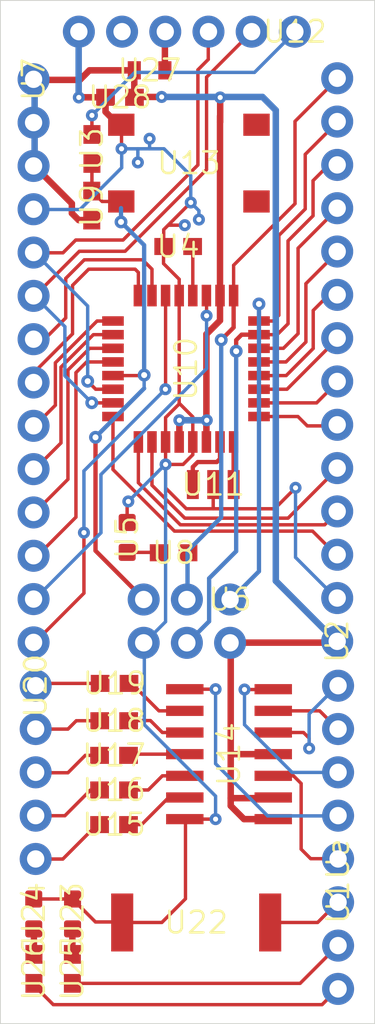
<source format=kicad_pcb>
(kicad_pcb (version 20171130) (host pcbnew "(5.1.4-0-10_14)")

  (general
    (thickness 1.6)
    (drawings 4)
    (tracks 376)
    (zones 0)
    (modules 28)
    (nets 53)
  )

  (page A4)
  (layers
    (0 Top signal)
    (31 Bottom signal)
    (32 B.Adhes user)
    (33 F.Adhes user)
    (34 B.Paste user)
    (35 F.Paste user)
    (36 B.SilkS user)
    (37 F.SilkS user)
    (38 B.Mask user)
    (39 F.Mask user)
    (40 Dwgs.User user)
    (41 Cmts.User user)
    (42 Eco1.User user)
    (43 Eco2.User user)
    (44 Edge.Cuts user)
    (45 Margin user)
    (46 B.CrtYd user)
    (47 F.CrtYd user)
    (48 B.Fab user)
    (49 F.Fab user)
  )

  (setup
    (last_trace_width 0.2)
    (trace_clearance 0.127)
    (zone_clearance 0.508)
    (zone_45_only no)
    (trace_min 0.2)
    (via_size 0.7064)
    (via_drill 0.3)
    (via_min_size 0.4)
    (via_min_drill 0.3)
    (uvia_size 0.3)
    (uvia_drill 0.1)
    (uvias_allowed yes)
    (uvia_min_size 0.2)
    (uvia_min_drill 0.1)
    (edge_width 0.05)
    (segment_width 0.2)
    (pcb_text_width 0.3)
    (pcb_text_size 1.5 1.5)
    (mod_edge_width 0.12)
    (mod_text_size 1 1)
    (mod_text_width 0.15)
    (pad_size 1.524 1.524)
    (pad_drill 0.762)
    (pad_to_mask_clearance 0.051)
    (solder_mask_min_width 0.25)
    (aux_axis_origin 0 0)
    (visible_elements 7FFFFFFF)
    (pcbplotparams
      (layerselection 0x010fc_ffffffff)
      (usegerberextensions false)
      (usegerberattributes false)
      (usegerberadvancedattributes false)
      (creategerberjobfile false)
      (excludeedgelayer true)
      (linewidth 0.100000)
      (plotframeref false)
      (viasonmask false)
      (mode 1)
      (useauxorigin false)
      (hpglpennumber 1)
      (hpglpenspeed 20)
      (hpglpendiameter 15.000000)
      (psnegative false)
      (psa4output false)
      (plotreference true)
      (plotvalue true)
      (plotinvisibletext false)
      (padsonsilk false)
      (subtractmaskfromsilk false)
      (outputformat 1)
      (mirror false)
      (drillshape 1)
      (scaleselection 1)
      (outputdirectory ""))
  )

  (net 0 "")
  (net 1 GND)
  (net 2 VCC)
  (net 3 /D2)
  (net 4 /TXO)
  (net 5 /RXI)
  (net 6 /RST)
  (net 7 /A5)
  (net 8 /A4)
  (net 9 /A3)
  (net 10 /A2)
  (net 11 /A1)
  (net 12 /A0)
  (net 13 /A7)
  (net 14 "Net-(C6-Pad1)")
  (net 15 /A6)
  (net 16 /SCK)
  (net 17 /MISO)
  (net 18 /MOSI)
  (net 19 /D10)
  (net 20 /D9)
  (net 21 /D8)
  (net 22 /D7)
  (net 23 /D6)
  (net 24 /D5)
  (net 25 "Net-(U3-Pad8)")
  (net 26 "Net-(U3-Pad7)")
  (net 27 /D4)
  (net 28 /D3)
  (net 29 "Net-(D1-PadA)")
  (net 30 /DTR)
  (net 31 "Net-(J1-PadCTS)")
  (net 32 "Net-(F1-Pad1)")
  (net 33 /OUT1)
  (net 34 "Net-(IC1-Pad10)")
  (net 35 /OUT2)
  (net 36 /OUT4)
  (net 37 "Net-(IC1-Pad9)")
  (net 38 /OUT3)
  (net 39 "Net-(IC1-Pad11)")
  (net 40 "Net-(IC1-Pad12)")
  (net 41 /GO)
  (net 42 "Net-(IC1-Pad13)")
  (net 43 "Net-(J2-Pad5)")
  (net 44 "Net-(J2-Pad4)")
  (net 45 "Net-(J2-Pad3)")
  (net 46 "Net-(J2-Pad2)")
  (net 47 "Net-(J2-Pad1)")
  (net 48 "Net-(J4-Pad1)")
  (net 49 "Net-(J4-Pad3)")
  (net 50 "Net-(J4-Pad2)")
  (net 51 "Net-(D2-PadA)")
  (net 52 "Net-(D3-PadA)")

  (net_class Default "This is the default net class."
    (clearance 0.127)
    (trace_width 0.2)
    (via_dia 0.7064)
    (via_drill 0.3)
    (uvia_dia 0.3)
    (uvia_drill 0.1)
    (add_net /A0)
    (add_net /A1)
    (add_net /A2)
    (add_net /A3)
    (add_net /A4)
    (add_net /A5)
    (add_net /A6)
    (add_net /A7)
    (add_net /D10)
    (add_net /D2)
    (add_net /D3)
    (add_net /D4)
    (add_net /D5)
    (add_net /D6)
    (add_net /D7)
    (add_net /D8)
    (add_net /D9)
    (add_net /DTR)
    (add_net /GO)
    (add_net /MISO)
    (add_net /MOSI)
    (add_net /OUT1)
    (add_net /OUT2)
    (add_net /OUT3)
    (add_net /OUT4)
    (add_net /RST)
    (add_net /RXI)
    (add_net /SCK)
    (add_net /TXO)
    (add_net GND)
    (add_net "Net-(C6-Pad1)")
    (add_net "Net-(D1-PadA)")
    (add_net "Net-(D2-PadA)")
    (add_net "Net-(D3-PadA)")
    (add_net "Net-(IC1-Pad10)")
    (add_net "Net-(IC1-Pad11)")
    (add_net "Net-(IC1-Pad12)")
    (add_net "Net-(IC1-Pad13)")
    (add_net "Net-(IC1-Pad9)")
    (add_net "Net-(J1-PadCTS)")
    (add_net "Net-(J2-Pad1)")
    (add_net "Net-(J2-Pad2)")
    (add_net "Net-(J2-Pad3)")
    (add_net "Net-(J2-Pad4)")
    (add_net "Net-(J2-Pad5)")
    (add_net "Net-(J4-Pad1)")
    (add_net "Net-(J4-Pad2)")
    (add_net "Net-(J4-Pad3)")
    (add_net "Net-(U3-Pad7)")
    (add_net "Net-(U3-Pad8)")
  )

  (net_class Power ""
    (clearance 0.127)
    (trace_width 0.381)
    (via_dia 0.7064)
    (via_drill 0.3)
    (uvia_dia 0.3)
    (uvia_drill 0.1)
    (add_net "Net-(F1-Pad1)")
    (add_net VCC)
  )

  (module piezoMusic:1X14 locked (layer Top) (tedit 5DCE31E3) (tstamp 5DC8D32C)
    (at 157.3022 96.0882 90)
    (path /0B60073D)
    (fp_text reference U2 (at -16.5 0 90) (layer F.SilkS)
      (effects (font (size 1.27 1.27) (thickness 0.15)))
    )
    (fp_text value "" (at -16.5 0 90) (layer F.SilkS)
      (effects (font (size 1.27 1.27) (thickness 0.15)))
    )
    (fp_poly (pts (xy -17.6 -1.4) (xy 17.7 -1.4) (xy 17.7 1.4) (xy -17.6 1.4)) (layer F.CrtYd) (width 0.1))
    (fp_poly (pts (xy -17.6 -1.4) (xy 17.7 -1.4) (xy 17.7 1.4) (xy -17.6 1.4)) (layer B.CrtYd) (width 0.1))
    (pad 14 thru_hole circle (at 16.52 0 180) (size 1.8796 1.8796) (drill 1.016) (layers *.Cu *.Mask)
      (net 16 /SCK) (solder_mask_margin 0.1016))
    (pad 13 thru_hole circle (at 13.98 0 180) (size 1.8796 1.8796) (drill 1.016) (layers *.Cu *.Mask)
      (net 17 /MISO) (solder_mask_margin 0.1016))
    (pad 12 thru_hole circle (at 11.44 0 180) (size 1.8796 1.8796) (drill 1.016) (layers *.Cu *.Mask)
      (net 18 /MOSI) (solder_mask_margin 0.1016))
    (pad 11 thru_hole circle (at 8.9 0 180) (size 1.8796 1.8796) (drill 1.016) (layers *.Cu *.Mask)
      (net 19 /D10) (solder_mask_margin 0.1016))
    (pad 10 thru_hole circle (at 6.36 0 180) (size 1.8796 1.8796) (drill 1.016) (layers *.Cu *.Mask)
      (net 20 /D9) (solder_mask_margin 0.1016))
    (pad 9 thru_hole circle (at 3.82 0 180) (size 1.8796 1.8796) (drill 1.016) (layers *.Cu *.Mask)
      (net 21 /D8) (solder_mask_margin 0.1016))
    (pad 8 thru_hole circle (at 1.28 0 180) (size 1.8796 1.8796) (drill 1.016) (layers *.Cu *.Mask)
      (net 22 /D7) (solder_mask_margin 0.1016))
    (pad 7 thru_hole circle (at -1.26 0 180) (size 1.8796 1.8796) (drill 1.016) (layers *.Cu *.Mask)
      (net 23 /D6) (solder_mask_margin 0.1016))
    (pad 6 thru_hole circle (at -3.8 0 180) (size 1.8796 1.8796) (drill 1.016) (layers *.Cu *.Mask)
      (net 24 /D5) (solder_mask_margin 0.1016))
    (pad 5 thru_hole circle (at -6.34 0 180) (size 1.8796 1.8796) (drill 1.016) (layers *.Cu *.Mask)
      (net 27 /D4) (solder_mask_margin 0.1016))
    (pad 4 thru_hole circle (at -8.88 0 180) (size 1.8796 1.8796) (drill 1.016) (layers *.Cu *.Mask)
      (net 28 /D3) (solder_mask_margin 0.1016))
    (pad 3 thru_hole circle (at -11.42 0 180) (size 1.8796 1.8796) (drill 1.016) (layers *.Cu *.Mask)
      (net 3 /D2) (solder_mask_margin 0.1016))
    (pad 2 thru_hole circle (at -13.96 0 180) (size 1.8796 1.8796) (drill 1.016) (layers *.Cu *.Mask)
      (net 1 GND) (solder_mask_margin 0.1016))
    (pad 1 thru_hole circle (at -16.5 0 180) (size 1.8796 1.8796) (drill 1.016) (layers *.Cu *.Mask)
      (net 2 VCC) (solder_mask_margin 0.1016))
  )

  (module piezoMusic:1X14 locked (layer Top) (tedit 5DCE31E3) (tstamp 5DC8D3C7)
    (at 139.446 96.139 270)
    (path /056852D9)
    (fp_text reference U7 (at -16.51 -0.004 270) (layer F.SilkS)
      (effects (font (size 1.27 1.27) (thickness 0.15)))
    )
    (fp_text value "" (at -16.51 -0.004 270) (layer F.SilkS)
      (effects (font (size 1.27 1.27) (thickness 0.15)))
    )
    (fp_poly (pts (xy -17.61 -1.404) (xy 17.69 -1.404) (xy 17.69 1.396) (xy -17.61 1.396)) (layer F.CrtYd) (width 0.1))
    (fp_poly (pts (xy -17.61 -1.404) (xy 17.69 -1.404) (xy 17.69 1.396) (xy -17.61 1.396)) (layer B.CrtYd) (width 0.1))
    (pad 14 thru_hole circle (at 16.51 -0.004) (size 1.8796 1.8796) (drill 1.016) (layers *.Cu *.Mask)
      (net 13 /A7) (solder_mask_margin 0.1016))
    (pad 13 thru_hole circle (at 13.97 -0.004) (size 1.8796 1.8796) (drill 1.016) (layers *.Cu *.Mask)
      (net 15 /A6) (solder_mask_margin 0.1016))
    (pad 12 thru_hole circle (at 11.43 -0.004) (size 1.8796 1.8796) (drill 1.016) (layers *.Cu *.Mask)
      (net 7 /A5) (solder_mask_margin 0.1016))
    (pad 11 thru_hole circle (at 8.89 -0.004) (size 1.8796 1.8796) (drill 1.016) (layers *.Cu *.Mask)
      (net 8 /A4) (solder_mask_margin 0.1016))
    (pad 10 thru_hole circle (at 6.35 -0.004) (size 1.8796 1.8796) (drill 1.016) (layers *.Cu *.Mask)
      (net 9 /A3) (solder_mask_margin 0.1016))
    (pad 9 thru_hole circle (at 3.81 -0.004) (size 1.8796 1.8796) (drill 1.016) (layers *.Cu *.Mask)
      (net 10 /A2) (solder_mask_margin 0.1016))
    (pad 8 thru_hole circle (at 1.27 -0.004) (size 1.8796 1.8796) (drill 1.016) (layers *.Cu *.Mask)
      (net 11 /A1) (solder_mask_margin 0.1016))
    (pad 7 thru_hole circle (at -1.27 -0.004) (size 1.8796 1.8796) (drill 1.016) (layers *.Cu *.Mask)
      (net 12 /A0) (solder_mask_margin 0.1016))
    (pad 6 thru_hole circle (at -3.81 -0.004) (size 1.8796 1.8796) (drill 1.016) (layers *.Cu *.Mask)
      (net 4 /TXO) (solder_mask_margin 0.1016))
    (pad 5 thru_hole circle (at -6.35 -0.004) (size 1.8796 1.8796) (drill 1.016) (layers *.Cu *.Mask)
      (net 5 /RXI) (solder_mask_margin 0.1016))
    (pad 4 thru_hole circle (at -8.89 -0.004) (size 1.8796 1.8796) (drill 1.016) (layers *.Cu *.Mask)
      (net 1 GND) (solder_mask_margin 0.1016))
    (pad 3 thru_hole circle (at -11.43 -0.004) (size 1.8796 1.8796) (drill 1.016) (layers *.Cu *.Mask)
      (net 2 VCC) (solder_mask_margin 0.1016))
    (pad 2 thru_hole circle (at -13.97 -0.004) (size 1.8796 1.8796) (drill 1.016) (layers *.Cu *.Mask)
      (net 2 VCC) (solder_mask_margin 0.1016))
    (pad 1 thru_hole circle (at -16.51 -0.004) (size 1.8796 1.8796) (drill 1.016) (layers *.Cu *.Mask)
      (net 2 VCC) (solder_mask_margin 0.1016))
  )

  (module piezoMusic:FTDI_BASIC locked (layer Top) (tedit 5DCE2BD1) (tstamp 5DC8D4AF)
    (at 148.463 76.835 180)
    (descr "<h3>FTDI Basic </h3>\nIncludes tDocu labels for end pins that match the FTDI Basic connection.\n<p>Specifications:\n<ul><li>Pin count: 6</li>\n<li>Pin pitch: 0.1\"</li>\n</ul></p>\n<p>Example device(s):\n<ul><li>6_Pin_Serial_Cable</li>\n</ul></p>")
    (path /449C7C68)
    (fp_text reference U12 (at -6.35 0 180) (layer F.SilkS)
      (effects (font (size 1.27 1.27) (thickness 0.15)))
    )
    (fp_text value "" (at -6.35 0 180) (layer F.SilkS)
      (effects (font (size 1.27 1.27) (thickness 0.15)))
    )
    (fp_poly (pts (xy -7.75 -1.4) (xy 7.75 -1.4) (xy 7.75 1.4) (xy -7.75 1.4)) (layer F.CrtYd) (width 0.1))
    (fp_poly (pts (xy -7.75 -1.4) (xy 7.75 -1.4) (xy 7.75 1.4) (xy -7.75 1.4)) (layer B.CrtYd) (width 0.1))
    (pad GND thru_hole circle (at 6.35 0 270) (size 1.8796 1.8796) (drill 1.016) (layers *.Cu *.Mask)
      (net 1 GND) (solder_mask_margin 0.1016))
    (pad CTS thru_hole circle (at 3.81 0 270) (size 1.8796 1.8796) (drill 1.016) (layers *.Cu *.Mask)
      (net 31 "Net-(J1-PadCTS)") (solder_mask_margin 0.1016))
    (pad VCC thru_hole circle (at 1.27 0 270) (size 1.8796 1.8796) (drill 1.016) (layers *.Cu *.Mask)
      (net 32 "Net-(F1-Pad1)") (solder_mask_margin 0.1016))
    (pad TXO thru_hole circle (at -1.27 0 270) (size 1.8796 1.8796) (drill 1.016) (layers *.Cu *.Mask)
      (net 5 /RXI) (solder_mask_margin 0.1016))
    (pad RXI thru_hole circle (at -3.81 0 270) (size 1.8796 1.8796) (drill 1.016) (layers *.Cu *.Mask)
      (net 4 /TXO) (solder_mask_margin 0.1016))
    (pad DTR thru_hole circle (at -6.35 0 270) (size 1.8796 1.8796) (drill 1.016) (layers *.Cu *.Mask)
      (net 30 /DTR) (solder_mask_margin 0.1016))
  )

  (module piezoMusic:2X3 (layer Top) (tedit 5DCE29B8) (tstamp 5DC8D3A1)
    (at 148.463 111.4044 180)
    (path /60994ACD)
    (fp_text reference U6 (at -2.54 1.27 180) (layer F.SilkS)
      (effects (font (size 1.27 1.27) (thickness 0.15)))
    )
    (fp_text value "" (at -2.54 1.27 180) (layer F.SilkS)
      (effects (font (size 1.27 1.27) (thickness 0.15)))
    )
    (fp_poly (pts (xy -3.94 -2.73) (xy 4.06 -2.73) (xy 4.06 2.67) (xy -3.94 2.67)) (layer F.CrtYd) (width 0.1))
    (fp_poly (pts (xy -3.94 -2.73) (xy 4.06 -2.73) (xy 4.06 2.67) (xy -3.94 2.67)) (layer B.CrtYd) (width 0.1))
    (pad 6 thru_hole circle (at 2.54 -1.27 180) (size 1.8796 1.8796) (drill 1.016) (layers *.Cu *.Mask)
      (net 1 GND) (solder_mask_margin 0.1016))
    (pad 5 thru_hole circle (at 2.54 1.27 180) (size 1.8796 1.8796) (drill 1.016) (layers *.Cu *.Mask)
      (net 6 /RST) (solder_mask_margin 0.1016))
    (pad 4 thru_hole circle (at 0 -1.27 180) (size 1.8796 1.8796) (drill 1.016) (layers *.Cu *.Mask)
      (net 18 /MOSI) (solder_mask_margin 0.1016))
    (pad 3 thru_hole circle (at 0 1.27 180) (size 1.8796 1.8796) (drill 1.016) (layers *.Cu *.Mask)
      (net 16 /SCK) (solder_mask_margin 0.1016))
    (pad 2 thru_hole circle (at -2.54 -1.27 180) (size 1.8796 1.8796) (drill 1.016) (layers *.Cu *.Mask)
      (net 2 VCC) (solder_mask_margin 0.1016))
    (pad 1 thru_hole circle (at -2.54 1.27 180) (size 1.8796 1.8796) (drill 1.016) (layers *.Cu *.Mask)
      (net 17 /MISO) (solder_mask_margin 0.1016))
  )

  (module piezoMusic:1X03 locked (layer Top) (tedit 5DCE3241) (tstamp 5DC8D5C9)
    (at 157.353 130.429 270)
    (descr "<h3>Plated Through Hole - 3 Pin</h3>\n<p>Specifications:\n<ul><li>Pin count:3</li>\n<li>Pin pitch:0.1\"</li>\n</ul></p>\n<p>Example device(s):\n<ul><li>CONN_03</li>\n</ul></p>")
    (path /FA7CA15B)
    (fp_text reference U1 (at -2.54 0 270) (layer F.SilkS)
      (effects (font (size 1.27 1.27) (thickness 0.15)))
    )
    (fp_text value "" (at -2.54 0 270) (layer F.SilkS)
      (effects (font (size 1.27 1.27) (thickness 0.15)))
    )
    (fp_poly (pts (xy -3.74 -1.5) (xy -3.74 1.5) (xy 3.66 1.5) (xy 3.66 -1.5)) (layer B.CrtYd) (width 0.1))
    (fp_poly (pts (xy -3.74 -1.5) (xy -3.74 1.5) (xy 3.66 1.5) (xy 3.66 -1.5)) (layer F.CrtYd) (width 0.1))
    (pad 3 thru_hole circle (at 2.54 0) (size 1.8796 1.8796) (drill 1.016) (layers *.Cu *.Mask)
      (net 49 "Net-(J4-Pad3)") (solder_mask_margin 0.1016))
    (pad 2 thru_hole circle (at 0 0) (size 1.8796 1.8796) (drill 1.016) (layers *.Cu *.Mask)
      (net 50 "Net-(J4-Pad2)") (solder_mask_margin 0.1016))
    (pad 1 thru_hole circle (at -2.54 0) (size 1.8796 1.8796) (drill 1.016) (layers *.Cu *.Mask)
      (net 48 "Net-(J4-Pad1)") (solder_mask_margin 0.1016))
  )

  (module piezoMusic:1X05 locked (layer Top) (tedit 5DCE3193) (tstamp 5DC8D58D)
    (at 157.353 120.269 90)
    (descr "<h3>Plated Through Hole - 5 Pin</h3>\n<p>Specifications:\n<ul><li>Pin count:5</li>\n<li>Pin pitch:0.1\"</li>\n</ul></p>\n<p>Example device(s):\n<ul><li>CONN_05</li>\n</ul></p>")
    (path /B665FDA9)
    (fp_text reference Ue (at -5.08 0 90) (layer F.SilkS)
      (effects (font (size 1.27 1.27) (thickness 0.15)))
    )
    (fp_text value "" (at -5.08 0 90) (layer F.SilkS)
      (effects (font (size 1.27 1.27) (thickness 0.15)))
    )
    (fp_poly (pts (xy -6.18 -1.4) (xy 6.22 -1.4) (xy 6.22 1.4) (xy -6.18 1.4)) (layer F.CrtYd) (width 0.1))
    (fp_poly (pts (xy -6.18 -1.4) (xy 6.22 -1.4) (xy 6.22 1.4) (xy -6.18 1.4)) (layer B.CrtYd) (width 0.1))
    (pad 5 thru_hole circle (at 5.08 0 180) (size 1.8796 1.8796) (drill 1.016) (layers *.Cu *.Mask)
      (net 36 /OUT4) (solder_mask_margin 0.1016))
    (pad 4 thru_hole circle (at 2.54 0 180) (size 1.8796 1.8796) (drill 1.016) (layers *.Cu *.Mask)
      (net 38 /OUT3) (solder_mask_margin 0.1016))
    (pad 3 thru_hole circle (at 0 0 180) (size 1.8796 1.8796) (drill 1.016) (layers *.Cu *.Mask)
      (net 35 /OUT2) (solder_mask_margin 0.1016))
    (pad 2 thru_hole circle (at -2.54 0 180) (size 1.8796 1.8796) (drill 1.016) (layers *.Cu *.Mask)
      (net 33 /OUT1) (solder_mask_margin 0.1016))
    (pad 1 thru_hole circle (at -5.08 0 180) (size 1.8796 1.8796) (drill 1.016) (layers *.Cu *.Mask)
      (net 41 /GO) (solder_mask_margin 0.1016))
  )

  (module piezoMusic:1X05 locked (layer Top) (tedit 5DCE3193) (tstamp 5DC8D560)
    (at 139.573 120.269 270)
    (descr "<h3>Plated Through Hole - 5 Pin</h3>\n<p>Specifications:\n<ul><li>Pin count:5</li>\n<li>Pin pitch:0.1\"</li>\n</ul></p>\n<p>Example device(s):\n<ul><li>CONN_05</li>\n</ul></p>")
    (path /C3E76336)
    (fp_text reference U20 (at -5.08 0 270) (layer F.SilkS)
      (effects (font (size 1.27 1.27) (thickness 0.15)))
    )
    (fp_text value "" (at -5.08 0 270) (layer F.SilkS)
      (effects (font (size 1.27 1.27) (thickness 0.15)))
    )
    (fp_poly (pts (xy -6.18 -1.4) (xy 6.22 -1.4) (xy 6.22 1.4) (xy -6.18 1.4)) (layer F.CrtYd) (width 0.1))
    (fp_poly (pts (xy -6.18 -1.4) (xy 6.22 -1.4) (xy 6.22 1.4) (xy -6.18 1.4)) (layer B.CrtYd) (width 0.1))
    (pad 5 thru_hole circle (at 5.08 0) (size 1.8796 1.8796) (drill 1.016) (layers *.Cu *.Mask)
      (net 43 "Net-(J2-Pad5)") (solder_mask_margin 0.1016))
    (pad 4 thru_hole circle (at 2.54 0) (size 1.8796 1.8796) (drill 1.016) (layers *.Cu *.Mask)
      (net 44 "Net-(J2-Pad4)") (solder_mask_margin 0.1016))
    (pad 3 thru_hole circle (at 0 0) (size 1.8796 1.8796) (drill 1.016) (layers *.Cu *.Mask)
      (net 45 "Net-(J2-Pad3)") (solder_mask_margin 0.1016))
    (pad 2 thru_hole circle (at -2.54 0) (size 1.8796 1.8796) (drill 1.016) (layers *.Cu *.Mask)
      (net 46 "Net-(J2-Pad2)") (solder_mask_margin 0.1016))
    (pad 1 thru_hole circle (at -5.08 0) (size 1.8796 1.8796) (drill 1.016) (layers *.Cu *.Mask)
      (net 47 "Net-(J2-Pad1)") (solder_mask_margin 0.1016))
  )

  (module piezoMusic:0603 (layer Top) (tedit 5DCE2B5D) (tstamp 5DC8D306)
    (at 142.8811 83.7136 270)
    (descr "<p><b>Generic 1608 (0603) package</b></p>\n<p>0.2mm courtyard excess rounded to nearest 0.05mm.</p>")
    (path /88676885)
    (fp_text reference U3 (at 0 0 270) (layer F.SilkS)
      (effects (font (size 1.27 1.27) (thickness 0.15)))
    )
    (fp_text value "" (at 0 0 270) (layer F.SilkS)
      (effects (font (size 1.27 1.27) (thickness 0.15)))
    )
    (fp_poly (pts (xy -1.6 -0.7) (xy 1.6 -0.7) (xy 1.6 0.7) (xy -1.6 0.7)) (layer F.CrtYd) (width 0.1))
    (pad 2 smd rect (at 0.85 0 270) (size 1.1 1) (layers Top F.Paste F.Mask)
      (net 6 /RST) (solder_mask_margin 0.1016))
    (pad 1 smd rect (at -0.85 0 270) (size 1.1 1) (layers Top F.Paste F.Mask)
      (net 30 /DTR) (solder_mask_margin 0.1016))
  )

  (module piezoMusic:0603 (layer Top) (tedit 5DCE2B5D) (tstamp 5DC8D314)
    (at 147.9511 89.4336 180)
    (descr "<p><b>Generic 1608 (0603) package</b></p>\n<p>0.2mm courtyard excess rounded to nearest 0.05mm.</p>")
    (path /8451312A)
    (fp_text reference U4 (at 0 0 180) (layer F.SilkS)
      (effects (font (size 1.27 1.27) (thickness 0.15)))
    )
    (fp_text value "" (at 0 0 180) (layer F.SilkS)
      (effects (font (size 1.27 1.27) (thickness 0.15)))
    )
    (fp_poly (pts (xy -1.6 -0.7) (xy 1.6 -0.7) (xy 1.6 0.7) (xy -1.6 0.7)) (layer F.CrtYd) (width 0.1))
    (pad 2 smd rect (at 0.85 0 180) (size 1.1 1) (layers Top F.Paste F.Mask)
      (net 1 GND) (solder_mask_margin 0.1016))
    (pad 1 smd rect (at -0.85 0 180) (size 1.1 1) (layers Top F.Paste F.Mask)
      (net 14 "Net-(C6-Pad1)") (solder_mask_margin 0.1016))
  )

  (module piezoMusic:LED-0603 (layer Top) (tedit 5DCE2CA4) (tstamp 5DC8D322)
    (at 144.9511 106.4936 90)
    (descr "<B>LED 0603 SMT</B><p>\n0603, surface mount.\n<p>Specifications:\n<ul><li>Pin count: 2</li>\n<li>Pin pitch:0.075inch </li>\n<li>Area: 0.06\" x 0.03\"</li>\n</ul></p>\n<p>Example device(s):\n<ul><li>LED - BLUE</li>")
    (path /5C7F6C2D)
    (fp_text reference U5 (at 0 0 90) (layer F.SilkS)
      (effects (font (size 1.27 1.27) (thickness 0.15)))
    )
    (fp_text value "" (at 0 0 90) (layer F.SilkS)
      (effects (font (size 1.27 1.27) (thickness 0.15)))
    )
    (fp_poly (pts (xy -1.5 -0.6) (xy 1.5 -0.6) (xy 1.5 0.6) (xy -1.5 0.6)) (layer F.CrtYd) (width 0.1))
    (pad A smd roundrect (at -0.877 0) (size 1 1) (layers Top F.Paste F.Mask) (roundrect_rratio 0.15)
      (net 29 "Net-(D1-PadA)") (solder_mask_margin 0.1016))
    (pad C smd roundrect (at 0.877 0) (size 1 1) (layers Top F.Paste F.Mask) (roundrect_rratio 0.15)
      (net 1 GND) (solder_mask_margin 0.1016))
  )

  (module piezoMusic:0603 (layer Top) (tedit 5DCE2B5D) (tstamp 5DC8D43C)
    (at 147.6811 107.3936 180)
    (descr "<p><b>Generic 1608 (0603) package</b></p>\n<p>0.2mm courtyard excess rounded to nearest 0.05mm.</p>")
    (path /DDF01354)
    (fp_text reference U8 (at 0 0 180) (layer F.SilkS)
      (effects (font (size 1.27 1.27) (thickness 0.15)))
    )
    (fp_text value "" (at 0 0 180) (layer F.SilkS)
      (effects (font (size 1.27 1.27) (thickness 0.15)))
    )
    (fp_poly (pts (xy -1.6 -0.7) (xy 1.6 -0.7) (xy 1.6 0.7) (xy -1.6 0.7)) (layer F.CrtYd) (width 0.1))
    (pad 2 smd rect (at 0.85 0 180) (size 1.1 1) (layers Top F.Paste F.Mask)
      (net 29 "Net-(D1-PadA)") (solder_mask_margin 0.1016))
    (pad 1 smd rect (at -0.85 0 180) (size 1.1 1) (layers Top F.Paste F.Mask)
      (net 16 /SCK) (solder_mask_margin 0.1016))
  )

  (module piezoMusic:0603 (layer Top) (tedit 5DCE2B5D) (tstamp 5DC8D44A)
    (at 142.8711 87.0336 270)
    (descr "<p><b>Generic 1608 (0603) package</b></p>\n<p>0.2mm courtyard excess rounded to nearest 0.05mm.</p>")
    (path /B13F4994)
    (fp_text reference U9 (at 0 0 270) (layer F.SilkS)
      (effects (font (size 1.27 1.27) (thickness 0.15)))
    )
    (fp_text value "" (at 0 0 270) (layer F.SilkS)
      (effects (font (size 1.27 1.27) (thickness 0.15)))
    )
    (fp_poly (pts (xy -1.6 -0.7) (xy 1.6 -0.7) (xy 1.6 0.7) (xy -1.6 0.7)) (layer F.CrtYd) (width 0.1))
    (pad 2 smd rect (at 0.85 0 270) (size 1.1 1) (layers Top F.Paste F.Mask)
      (net 2 VCC) (solder_mask_margin 0.1016))
    (pad 1 smd rect (at -0.85 0 270) (size 1.1 1) (layers Top F.Paste F.Mask)
      (net 6 /RST) (solder_mask_margin 0.1016))
  )

  (module piezoMusic:TQFP32-08 (layer Top) (tedit 5DCE2E26) (tstamp 5DC8D458)
    (at 148.4111 96.6036 90)
    (descr "<B>Thin Plasic Quad Flat Package</B> Grid 0.8 mm")
    (path /629E9DB0)
    (fp_text reference U10 (at 0 0 90) (layer F.SilkS)
      (effects (font (size 1.27 1.27) (thickness 0.15)))
    )
    (fp_text value "" (at 0 0 90) (layer F.SilkS)
      (effects (font (size 1.27 1.27) (thickness 0.15)))
    )
    (fp_poly (pts (xy -5 -5) (xy 5 -5) (xy 5 5) (xy -5 5)) (layer F.CrtYd) (width 0.1))
    (pad 32 smd rect (at -2.8 -4.2926 90) (size 0.5588 1.27) (layers Top F.Paste F.Mask)
      (net 3 /D2) (solder_mask_margin 0.1016))
    (pad 31 smd rect (at -2 -4.2926 90) (size 0.5588 1.27) (layers Top F.Paste F.Mask)
      (net 4 /TXO) (solder_mask_margin 0.1016))
    (pad 30 smd rect (at -1.2 -4.2926 90) (size 0.5588 1.27) (layers Top F.Paste F.Mask)
      (net 5 /RXI) (solder_mask_margin 0.1016))
    (pad 29 smd rect (at -0.4 -4.2926 90) (size 0.5588 1.27) (layers Top F.Paste F.Mask)
      (net 6 /RST) (solder_mask_margin 0.1016))
    (pad 28 smd rect (at 0.4 -4.2926 90) (size 0.5588 1.27) (layers Top F.Paste F.Mask)
      (net 7 /A5) (solder_mask_margin 0.1016))
    (pad 27 smd rect (at 1.2 -4.2926 90) (size 0.5588 1.27) (layers Top F.Paste F.Mask)
      (net 8 /A4) (solder_mask_margin 0.1016))
    (pad 26 smd rect (at 2 -4.2926 90) (size 0.5588 1.27) (layers Top F.Paste F.Mask)
      (net 9 /A3) (solder_mask_margin 0.1016))
    (pad 25 smd rect (at 2.8 -4.2926 90) (size 0.5588 1.27) (layers Top F.Paste F.Mask)
      (net 10 /A2) (solder_mask_margin 0.1016))
    (pad 24 smd rect (at 4.2926 -2.8 90) (size 1.27 0.5588) (layers Top F.Paste F.Mask)
      (net 11 /A1) (solder_mask_margin 0.1016))
    (pad 23 smd rect (at 4.2926 -2 90) (size 1.27 0.5588) (layers Top F.Paste F.Mask)
      (net 12 /A0) (solder_mask_margin 0.1016))
    (pad 22 smd rect (at 4.2926 -1.2 90) (size 1.27 0.5588) (layers Top F.Paste F.Mask)
      (net 13 /A7) (solder_mask_margin 0.1016))
    (pad 21 smd rect (at 4.2926 -0.4 90) (size 1.27 0.5588) (layers Top F.Paste F.Mask)
      (net 1 GND) (solder_mask_margin 0.1016))
    (pad 20 smd rect (at 4.2926 0.4 90) (size 1.27 0.5588) (layers Top F.Paste F.Mask)
      (net 14 "Net-(C6-Pad1)") (solder_mask_margin 0.1016))
    (pad 19 smd rect (at 4.2926 1.2 90) (size 1.27 0.5588) (layers Top F.Paste F.Mask)
      (net 15 /A6) (solder_mask_margin 0.1016))
    (pad 18 smd rect (at 4.2926 2 90) (size 1.27 0.5588) (layers Top F.Paste F.Mask)
      (net 2 VCC) (solder_mask_margin 0.1016))
    (pad 17 smd rect (at 4.2926 2.8 90) (size 1.27 0.5588) (layers Top F.Paste F.Mask)
      (net 16 /SCK) (solder_mask_margin 0.1016))
    (pad 16 smd rect (at 2.8 4.2926 90) (size 0.5588 1.27) (layers Top F.Paste F.Mask)
      (net 17 /MISO) (solder_mask_margin 0.1016))
    (pad 15 smd rect (at 2 4.2926 90) (size 0.5588 1.27) (layers Top F.Paste F.Mask)
      (net 18 /MOSI) (solder_mask_margin 0.1016))
    (pad 14 smd rect (at 1.2 4.2926 90) (size 0.5588 1.27) (layers Top F.Paste F.Mask)
      (net 19 /D10) (solder_mask_margin 0.1016))
    (pad 13 smd rect (at 0.4 4.2926 90) (size 0.5588 1.27) (layers Top F.Paste F.Mask)
      (net 20 /D9) (solder_mask_margin 0.1016))
    (pad 12 smd rect (at -0.4 4.2926 90) (size 0.5588 1.27) (layers Top F.Paste F.Mask)
      (net 21 /D8) (solder_mask_margin 0.1016))
    (pad 11 smd rect (at -1.2 4.2926 90) (size 0.5588 1.27) (layers Top F.Paste F.Mask)
      (net 22 /D7) (solder_mask_margin 0.1016))
    (pad 10 smd rect (at -2 4.2926 90) (size 0.5588 1.27) (layers Top F.Paste F.Mask)
      (net 23 /D6) (solder_mask_margin 0.1016))
    (pad 9 smd rect (at -2.8 4.2926 90) (size 0.5588 1.27) (layers Top F.Paste F.Mask)
      (net 24 /D5) (solder_mask_margin 0.1016))
    (pad 8 smd rect (at -4.2926 2.8 90) (size 1.27 0.5588) (layers Top F.Paste F.Mask)
      (net 25 "Net-(U3-Pad8)") (solder_mask_margin 0.1016))
    (pad 7 smd rect (at -4.2926 2 90) (size 1.27 0.5588) (layers Top F.Paste F.Mask)
      (net 26 "Net-(U3-Pad7)") (solder_mask_margin 0.1016))
    (pad 6 smd rect (at -4.2926 1.2 90) (size 1.27 0.5588) (layers Top F.Paste F.Mask)
      (net 2 VCC) (solder_mask_margin 0.1016))
    (pad 5 smd rect (at -4.2926 0.4 90) (size 1.27 0.5588) (layers Top F.Paste F.Mask)
      (net 1 GND) (solder_mask_margin 0.1016))
    (pad 4 smd rect (at -4.2926 -0.4 90) (size 1.27 0.5588) (layers Top F.Paste F.Mask)
      (net 2 VCC) (solder_mask_margin 0.1016))
    (pad 3 smd rect (at -4.2926 -1.2 90) (size 1.27 0.5588) (layers Top F.Paste F.Mask)
      (net 1 GND) (solder_mask_margin 0.1016))
    (pad 2 smd rect (at -4.2926 -2 90) (size 1.27 0.5588) (layers Top F.Paste F.Mask)
      (net 27 /D4) (solder_mask_margin 0.1016))
    (pad 1 smd rect (at -4.2926 -2.8 90) (size 1.27 0.5588) (layers Top F.Paste F.Mask)
      (net 28 /D3) (solder_mask_margin 0.1016))
  )

  (module piezoMusic:RESONATOR-SMD (layer Top) (tedit 5DCE2D62) (tstamp 5DC8D4A1)
    (at 150.0111 103.3936 180)
    (path /B4F86E18)
    (fp_text reference U11 (at 0 0 180) (layer F.SilkS)
      (effects (font (size 1.27 1.27) (thickness 0.15)))
    )
    (fp_text value "" (at 0 0 180) (layer F.SilkS)
      (effects (font (size 1.27 1.27) (thickness 0.15)))
    )
    (fp_poly (pts (xy -2 -1) (xy 2 -1) (xy 2 1) (xy -2 1)) (layer F.CrtYd) (width 0.1))
    (pad 3 smd rect (at 1.2 0 180) (size 0.7 1.7) (layers Top F.Paste F.Mask)
      (net 26 "Net-(U3-Pad7)") (solder_mask_margin 0.1016))
    (pad 2 smd rect (at 0 0 180) (size 0.7 1.7) (layers Top F.Paste F.Mask)
      (net 1 GND) (solder_mask_margin 0.1016))
    (pad 1 smd rect (at -1.2 0 180) (size 0.7 1.7) (layers Top F.Paste F.Mask)
      (net 25 "Net-(U3-Pad8)") (solder_mask_margin 0.1016))
  )

  (module piezoMusic:TACTILE_SWITCH_SMD_6.2MM_TALL (layer Top) (tedit 5DCE32F0) (tstamp 5DC8D4E6)
    (at 148.5811 84.5436 180)
    (descr "<h3>Momentary Switch (Pushbutton) - SPST - SMD, 6.2mm Square</h3>\n<p>Normally-open (NO) SPST momentary switches (buttons, pushbuttons).</p>\n<p><a href=\"http://www.apem.com/files/apem/brochures/ADTS6-ADTSM-KTSC6.pdf\">Datasheet</a> (ADTSM63NVTR)</p>")
    (path /F9B5905E)
    (fp_text reference U13 (at 0 0 180) (layer F.SilkS)
      (effects (font (size 1.27 1.27) (thickness 0.15)))
    )
    (fp_text value "" (at 0 0 180) (layer F.SilkS)
      (effects (font (size 1.27 1.27) (thickness 0.15)))
    )
    (fp_poly (pts (xy -4.9 -3) (xy 4.9 -3) (xy 4.9 3) (xy -4.9 3)) (layer F.CrtYd) (width 0.1))
    (pad B2 smd rect (at 3.975 -2.25 270) (size 1.3 1.55) (layers Top F.Paste F.Mask)
      (net 6 /RST) (solder_mask_margin 0.1016))
    (pad B1 smd rect (at -3.975 -2.25 270) (size 1.3 1.55) (layers Top F.Paste F.Mask)
      (solder_mask_margin 0.1016))
    (pad A2 smd rect (at 3.975 2.25 270) (size 1.3 1.55) (layers Top F.Paste F.Mask)
      (net 1 GND) (solder_mask_margin 0.1016))
    (pad A1 smd rect (at -3.975 2.25 270) (size 1.3 1.55) (layers Top F.Paste F.Mask)
      (solder_mask_margin 0.1016))
  )

  (module piezoMusic:SO14 (layer Top) (tedit 5DCE2DA0) (tstamp 5DC8D4F4)
    (at 150.9411 119.2036 90)
    (descr "<b>Small Outline Package 14</b>")
    (path /22F7723E)
    (fp_text reference U14 (at 0 0 90) (layer F.SilkS)
      (effects (font (size 1.27 1.27) (thickness 0.15)))
    )
    (fp_text value "" (at 0 0 90) (layer F.SilkS)
      (effects (font (size 1.27 1.27) (thickness 0.15)))
    )
    (fp_poly (pts (xy -4.4 -3.8) (xy 4.4 -3.8) (xy 4.4 3.8) (xy -4.4 3.8)) (layer F.CrtYd) (width 0.1))
    (pad 8 smd rect (at 3.81 -2.6 90) (size 0.6 2.2) (layers Top F.Paste F.Mask)
      (net 33 /OUT1) (solder_mask_margin 0.1016))
    (pad 10 smd rect (at 1.27 -2.6 90) (size 0.6 2.2) (layers Top F.Paste F.Mask)
      (net 34 "Net-(IC1-Pad10)") (solder_mask_margin 0.1016))
    (pad 7 smd rect (at 3.81 2.6 90) (size 0.6 2.2) (layers Top F.Paste F.Mask)
      (net 35 /OUT2) (solder_mask_margin 0.1016))
    (pad 5 smd rect (at 1.27 2.6 90) (size 0.6 2.2) (layers Top F.Paste F.Mask)
      (net 36 /OUT4) (solder_mask_margin 0.1016))
    (pad 9 smd rect (at 2.54 -2.6 90) (size 0.6 2.2) (layers Top F.Paste F.Mask)
      (net 37 "Net-(IC1-Pad9)") (solder_mask_margin 0.1016))
    (pad 6 smd rect (at 2.54 2.6 90) (size 0.6 2.2) (layers Top F.Paste F.Mask)
      (net 38 /OUT3) (solder_mask_margin 0.1016))
    (pad 11 smd rect (at 0 -2.6 90) (size 0.6 2.2) (layers Top F.Paste F.Mask)
      (net 39 "Net-(IC1-Pad11)") (solder_mask_margin 0.1016))
    (pad 12 smd rect (at -1.27 -2.6 90) (size 0.6 2.2) (layers Top F.Paste F.Mask)
      (net 40 "Net-(IC1-Pad12)") (solder_mask_margin 0.1016))
    (pad 14 smd rect (at -3.81 -2.6 90) (size 0.6 2.2) (layers Top F.Paste F.Mask)
      (net 1 GND) (solder_mask_margin 0.1016))
    (pad 4 smd rect (at 0 2.6 90) (size 0.6 2.2) (layers Top F.Paste F.Mask)
      (net 2 VCC) (solder_mask_margin 0.1016))
    (pad 3 smd rect (at -1.27 2.6 90) (size 0.6 2.2) (layers Top F.Paste F.Mask)
      (net 41 /GO) (solder_mask_margin 0.1016))
    (pad 1 smd rect (at -3.81 2.6 90) (size 0.6 2.2) (layers Top F.Paste F.Mask)
      (net 2 VCC) (solder_mask_margin 0.1016))
    (pad 13 smd rect (at -2.54 -2.6 90) (size 0.6 2.2) (layers Top F.Paste F.Mask)
      (net 42 "Net-(IC1-Pad13)") (solder_mask_margin 0.1016))
    (pad 2 smd rect (at -2.54 2.6 90) (size 0.6 2.2) (layers Top F.Paste F.Mask)
      (net 2 VCC) (solder_mask_margin 0.1016))
  )

  (module piezoMusic:0603 (layer Top) (tedit 5DCE2B5D) (tstamp 5DC8D51A)
    (at 144.1811 123.3336)
    (descr "<p><b>Generic 1608 (0603) package</b></p>\n<p>0.2mm courtyard excess rounded to nearest 0.05mm.</p>")
    (path /8EFFCFBB)
    (fp_text reference U15 (at 0 0) (layer F.SilkS)
      (effects (font (size 1.27 1.27) (thickness 0.15)))
    )
    (fp_text value "" (at 0 0) (layer F.SilkS)
      (effects (font (size 1.27 1.27) (thickness 0.15)))
    )
    (fp_poly (pts (xy -1.6 -0.7) (xy 1.6 -0.7) (xy 1.6 0.7) (xy -1.6 0.7)) (layer F.CrtYd) (width 0.1))
    (pad 2 smd rect (at 0.85 0) (size 1.1 1) (layers Top F.Paste F.Mask)
      (net 42 "Net-(IC1-Pad13)") (solder_mask_margin 0.1016))
    (pad 1 smd rect (at -0.85 0) (size 1.1 1) (layers Top F.Paste F.Mask)
      (net 43 "Net-(J2-Pad5)") (solder_mask_margin 0.1016))
  )

  (module piezoMusic:0603 (layer Top) (tedit 5DCE2B5D) (tstamp 5DC8D528)
    (at 144.1811 121.3036)
    (descr "<p><b>Generic 1608 (0603) package</b></p>\n<p>0.2mm courtyard excess rounded to nearest 0.05mm.</p>")
    (path /ABABC248)
    (fp_text reference U16 (at 0 0) (layer F.SilkS)
      (effects (font (size 1.27 1.27) (thickness 0.15)))
    )
    (fp_text value "" (at 0 0) (layer F.SilkS)
      (effects (font (size 1.27 1.27) (thickness 0.15)))
    )
    (fp_poly (pts (xy -1.6 -0.7) (xy 1.6 -0.7) (xy 1.6 0.7) (xy -1.6 0.7)) (layer F.CrtYd) (width 0.1))
    (pad 2 smd rect (at 0.85 0) (size 1.1 1) (layers Top F.Paste F.Mask)
      (net 40 "Net-(IC1-Pad12)") (solder_mask_margin 0.1016))
    (pad 1 smd rect (at -0.85 0) (size 1.1 1) (layers Top F.Paste F.Mask)
      (net 44 "Net-(J2-Pad4)") (solder_mask_margin 0.1016))
  )

  (module piezoMusic:0603 (layer Top) (tedit 5DCE2B5D) (tstamp 5DC8D536)
    (at 144.1811 119.2736)
    (descr "<p><b>Generic 1608 (0603) package</b></p>\n<p>0.2mm courtyard excess rounded to nearest 0.05mm.</p>")
    (path /C1449B59)
    (fp_text reference U17 (at 0 0) (layer F.SilkS)
      (effects (font (size 1.27 1.27) (thickness 0.15)))
    )
    (fp_text value "" (at 0 0) (layer F.SilkS)
      (effects (font (size 1.27 1.27) (thickness 0.15)))
    )
    (fp_poly (pts (xy -1.6 -0.7) (xy 1.6 -0.7) (xy 1.6 0.7) (xy -1.6 0.7)) (layer F.CrtYd) (width 0.1))
    (pad 2 smd rect (at 0.85 0) (size 1.1 1) (layers Top F.Paste F.Mask)
      (net 39 "Net-(IC1-Pad11)") (solder_mask_margin 0.1016))
    (pad 1 smd rect (at -0.85 0) (size 1.1 1) (layers Top F.Paste F.Mask)
      (net 45 "Net-(J2-Pad3)") (solder_mask_margin 0.1016))
  )

  (module piezoMusic:0603 (layer Top) (tedit 5DCE2B5D) (tstamp 5DC8D544)
    (at 144.1911 117.2436)
    (descr "<p><b>Generic 1608 (0603) package</b></p>\n<p>0.2mm courtyard excess rounded to nearest 0.05mm.</p>")
    (path /1047F363)
    (fp_text reference U18 (at 0 0) (layer F.SilkS)
      (effects (font (size 1.27 1.27) (thickness 0.15)))
    )
    (fp_text value "" (at 0 0) (layer F.SilkS)
      (effects (font (size 1.27 1.27) (thickness 0.15)))
    )
    (fp_poly (pts (xy -1.6 -0.7) (xy 1.6 -0.7) (xy 1.6 0.7) (xy -1.6 0.7)) (layer F.CrtYd) (width 0.1))
    (pad 2 smd rect (at 0.85 0) (size 1.1 1) (layers Top F.Paste F.Mask)
      (net 34 "Net-(IC1-Pad10)") (solder_mask_margin 0.1016))
    (pad 1 smd rect (at -0.85 0) (size 1.1 1) (layers Top F.Paste F.Mask)
      (net 46 "Net-(J2-Pad2)") (solder_mask_margin 0.1016))
  )

  (module piezoMusic:0603 (layer Top) (tedit 5DCE2B5D) (tstamp 5DC8D552)
    (at 144.2111 115.0536)
    (descr "<p><b>Generic 1608 (0603) package</b></p>\n<p>0.2mm courtyard excess rounded to nearest 0.05mm.</p>")
    (path /EDDA057D)
    (fp_text reference U19 (at 0 0) (layer F.SilkS)
      (effects (font (size 1.27 1.27) (thickness 0.15)))
    )
    (fp_text value "" (at 0 0) (layer F.SilkS)
      (effects (font (size 1.27 1.27) (thickness 0.15)))
    )
    (fp_poly (pts (xy -1.6 -0.7) (xy 1.6 -0.7) (xy 1.6 0.7) (xy -1.6 0.7)) (layer F.CrtYd) (width 0.1))
    (pad 2 smd rect (at 0.85 0) (size 1.1 1) (layers Top F.Paste F.Mask)
      (net 37 "Net-(IC1-Pad9)") (solder_mask_margin 0.1016))
    (pad 1 smd rect (at -0.85 0) (size 1.1 1) (layers Top F.Paste F.Mask)
      (net 47 "Net-(J2-Pad1)") (solder_mask_margin 0.1016))
  )

  (module piezoMusic:PKMCS locked (layer Top) (tedit 5DCE2D04) (tstamp 5DC8D5BA)
    (at 149.0111 129.0736)
    (descr "<b>PKMCS</b><br>\n")
    (path /60A35784)
    (fp_text reference U22 (at 0 0) (layer F.SilkS)
      (effects (font (size 1.27 1.27) (thickness 0.15)))
    )
    (fp_text value "" (at 0 0) (layer F.SilkS)
      (effects (font (size 1.27 1.27) (thickness 0.15)))
    )
    (fp_poly (pts (xy -5 -4.75) (xy 5 -4.75) (xy 5 4.75) (xy -5 4.75)) (layer F.CrtYd) (width 0.1))
    (pad 2 smd rect (at 4.35 0 90) (size 3.4 1.3) (layers Top F.Paste F.Mask)
      (net 48 "Net-(J4-Pad1)") (solder_mask_margin 0.1016))
    (pad 1 smd rect (at -4.35 0 90) (size 3.4 1.3) (layers Top F.Paste F.Mask)
      (net 1 GND) (solder_mask_margin 0.1016))
  )

  (module piezoMusic:LED-0603 (layer Top) (tedit 5DCE2CA4) (tstamp 5DC8D5E6)
    (at 141.7411 128.5736 90)
    (descr "<B>LED 0603 SMT</B><p>\n0603, surface mount.\n<p>Specifications:\n<ul><li>Pin count: 2</li>\n<li>Pin pitch:0.075inch </li>\n<li>Area: 0.06\" x 0.03\"</li>\n</ul></p>\n<p>Example device(s):\n<ul><li>LED - BLUE</li>")
    (path /975EB5E2)
    (fp_text reference U23 (at 0 0 90) (layer F.SilkS)
      (effects (font (size 1.27 1.27) (thickness 0.15)))
    )
    (fp_text value "" (at 0 0 90) (layer F.SilkS)
      (effects (font (size 1.27 1.27) (thickness 0.15)))
    )
    (fp_poly (pts (xy -1.5 -0.6) (xy 1.5 -0.6) (xy 1.5 0.6) (xy -1.5 0.6)) (layer F.CrtYd) (width 0.1))
    (pad A smd roundrect (at -0.877 0) (size 1 1) (layers Top F.Paste F.Mask) (roundrect_rratio 0.15)
      (net 51 "Net-(D2-PadA)") (solder_mask_margin 0.1016))
    (pad C smd roundrect (at 0.877 0) (size 1 1) (layers Top F.Paste F.Mask) (roundrect_rratio 0.15)
      (net 1 GND) (solder_mask_margin 0.1016))
  )

  (module piezoMusic:LED-0603 (layer Top) (tedit 5DCE2CA4) (tstamp 5DC8D5F0)
    (at 139.4611 128.5736 90)
    (descr "<B>LED 0603 SMT</B><p>\n0603, surface mount.\n<p>Specifications:\n<ul><li>Pin count: 2</li>\n<li>Pin pitch:0.075inch </li>\n<li>Area: 0.06\" x 0.03\"</li>\n</ul></p>\n<p>Example device(s):\n<ul><li>LED - BLUE</li>")
    (path /087B3FA1)
    (fp_text reference U24 (at 0 0 90) (layer F.SilkS)
      (effects (font (size 1.27 1.27) (thickness 0.15)))
    )
    (fp_text value "" (at 0 0 90) (layer F.SilkS)
      (effects (font (size 1.27 1.27) (thickness 0.15)))
    )
    (fp_poly (pts (xy -1.5 -0.6) (xy 1.5 -0.6) (xy 1.5 0.6) (xy -1.5 0.6)) (layer F.CrtYd) (width 0.1))
    (pad A smd roundrect (at -0.877 0) (size 1 1) (layers Top F.Paste F.Mask) (roundrect_rratio 0.15)
      (net 52 "Net-(D3-PadA)") (solder_mask_margin 0.1016))
    (pad C smd roundrect (at 0.877 0) (size 1 1) (layers Top F.Paste F.Mask) (roundrect_rratio 0.15)
      (net 1 GND) (solder_mask_margin 0.1016))
  )

  (module piezoMusic:0603 (layer Top) (tedit 5DCE2B5D) (tstamp 5DC8D5FA)
    (at 141.7311 131.7936 270)
    (descr "<p><b>Generic 1608 (0603) package</b></p>\n<p>0.2mm courtyard excess rounded to nearest 0.05mm.</p>")
    (path /B2A0FD76)
    (fp_text reference U25 (at 0 0 270) (layer F.SilkS)
      (effects (font (size 1.27 1.27) (thickness 0.15)))
    )
    (fp_text value "" (at 0 0 270) (layer F.SilkS)
      (effects (font (size 1.27 1.27) (thickness 0.15)))
    )
    (fp_poly (pts (xy -1.6 -0.7) (xy 1.6 -0.7) (xy 1.6 0.7) (xy -1.6 0.7)) (layer F.CrtYd) (width 0.1))
    (pad 2 smd rect (at 0.85 0 270) (size 1.1 1) (layers Top F.Paste F.Mask)
      (net 50 "Net-(J4-Pad2)") (solder_mask_margin 0.1016))
    (pad 1 smd rect (at -0.85 0 270) (size 1.1 1) (layers Top F.Paste F.Mask)
      (net 51 "Net-(D2-PadA)") (solder_mask_margin 0.1016))
  )

  (module piezoMusic:0603 (layer Top) (tedit 5DCE2B5D) (tstamp 5DC8D608)
    (at 139.4711 131.7936 270)
    (descr "<p><b>Generic 1608 (0603) package</b></p>\n<p>0.2mm courtyard excess rounded to nearest 0.05mm.</p>")
    (path /A0C826A1)
    (fp_text reference U26 (at 0 0 270) (layer F.SilkS)
      (effects (font (size 1.27 1.27) (thickness 0.15)))
    )
    (fp_text value "" (at 0 0 270) (layer F.SilkS)
      (effects (font (size 1.27 1.27) (thickness 0.15)))
    )
    (fp_poly (pts (xy -1.6 -0.7) (xy 1.6 -0.7) (xy 1.6 0.7) (xy -1.6 0.7)) (layer F.CrtYd) (width 0.1))
    (pad 2 smd rect (at 0.85 0 270) (size 1.1 1) (layers Top F.Paste F.Mask)
      (net 49 "Net-(J4-Pad3)") (solder_mask_margin 0.1016))
    (pad 1 smd rect (at -0.85 0 270) (size 1.1 1) (layers Top F.Paste F.Mask)
      (net 52 "Net-(D3-PadA)") (solder_mask_margin 0.1016))
  )

  (module piezoMusic:FUSC1608X100N (layer Top) (tedit 5DCE2C2E) (tstamp 5DC8D616)
    (at 146.2711 79.1036 180)
    (descr "<b>MF-FSMF050X</b><br>\n")
    (path /BAEBDDEB)
    (fp_text reference U27 (at 0 0 180) (layer F.SilkS)
      (effects (font (size 1.27 1.27) (thickness 0.15)))
    )
    (fp_text value "" (at 0 0 180) (layer F.SilkS)
      (effects (font (size 1.27 1.27) (thickness 0.15)))
    )
    (fp_poly (pts (xy -1.6 -0.8) (xy 1.6 -0.8) (xy 1.6 0.8) (xy -1.6 0.8)) (layer F.CrtYd) (width 0.1))
    (pad 2 smd rect (at 0.9 0 270) (size 1.07 0.77) (layers Top F.Paste F.Mask)
      (net 2 VCC) (solder_mask_margin 0.1016))
    (pad 1 smd rect (at -0.9 0 270) (size 1.07 0.77) (layers Top F.Paste F.Mask)
      (net 32 "Net-(F1-Pad1)") (solder_mask_margin 0.1016))
  )

  (module piezoMusic:0603 (layer Top) (tedit 5DCE2B5D) (tstamp 5DC8D624)
    (at 144.5311 80.6836 180)
    (descr "<p><b>Generic 1608 (0603) package</b></p>\n<p>0.2mm courtyard excess rounded to nearest 0.05mm.</p>")
    (path /39D9FF9F)
    (fp_text reference U28 (at 0 0 180) (layer F.SilkS)
      (effects (font (size 1.27 1.27) (thickness 0.15)))
    )
    (fp_text value "" (at 0 0 180) (layer F.SilkS)
      (effects (font (size 1.27 1.27) (thickness 0.15)))
    )
    (fp_poly (pts (xy -1.6 -0.7) (xy 1.6 -0.7) (xy 1.6 0.7) (xy -1.6 0.7)) (layer F.CrtYd) (width 0.1))
    (pad 2 smd rect (at 0.85 0 180) (size 1.1 1) (layers Top F.Paste F.Mask)
      (net 1 GND) (solder_mask_margin 0.1016))
    (pad 1 smd rect (at -0.85 0 180) (size 1.1 1) (layers Top F.Paste F.Mask)
      (net 2 VCC) (solder_mask_margin 0.1016))
  )

  (gr_line (start 137.5011 135.0036) (end 159.5011 135.0036) (layer Edge.Cuts) (width 0.05) (tstamp D96D760))
  (gr_line (start 159.5011 135.0036) (end 159.5011 75.0036) (layer Edge.Cuts) (width 0.05) (tstamp D96C400))
  (gr_line (start 159.5011 75.0036) (end 137.5011 75.0036) (layer Edge.Cuts) (width 0.05) (tstamp D96DEE0))
  (gr_line (start 137.5011 75.0036) (end 137.5011 135.0036) (layer Edge.Cuts) (width 0.05) (tstamp D96BD20))

  (segment (start 139.4611 127.6966) (end 141.7411 127.6966) (width 0.2) (layer Top) (net 1) (tstamp 1B7BBAF0))
  (segment (start 141.7411 127.6966) (end 143.0881 129.0436) (width 0.2) (layer Top) (net 1) (tstamp 1B7BD210))
  (segment (start 144.6311 129.0436) (end 144.6611 129.0736) (width 0.381) (layer Top) (net 1) (tstamp 1B7BBEB0))
  (segment (start 143.0881 129.0436) (end 144.6311 129.0436) (width 0.2) (layer Top) (net 1) (tstamp 1B7BBCD0))
  (segment (start 148.0111 92.311) (end 148.0111 91.3536) (width 0.2) (layer Top) (net 1) (tstamp 1B7BD990))
  (segment (start 148.0111 91.3536) (end 147.0911 90.4336) (width 0.2) (layer Top) (net 1) (tstamp 1B7BC310))
  (segment (start 147.0911 90.4336) (end 147.0911 89.4436) (width 0.2) (layer Top) (net 1) (tstamp 1B7BCF90))
  (segment (start 147.0911 89.4436) (end 147.1011 89.4336) (width 0.381) (layer Top) (net 1) (tstamp 1B7BDDF0))
  (segment (start 144.6611 129.0736) (end 146.9911 129.0736) (width 0.2) (layer Top) (net 1) (tstamp 1B7BDE90))
  (segment (start 146.9911 129.0736) (end 148.3811 127.6836) (width 0.2) (layer Top) (net 1) (tstamp 1B7BBFF0))
  (segment (start 148.3811 127.6836) (end 148.3811 123.0536) (width 0.2) (layer Top) (net 1) (tstamp 1B7BBF50))
  (segment (start 148.3811 123.0536) (end 148.3411 123.0136) (width 0.2) (layer Top) (net 1) (tstamp 1B7BC590))
  (segment (start 148.0111 92.311) (end 148.0111 98.6236) (width 0.2) (layer Top) (net 1) (tstamp 1B7BDAD0))
  (segment (start 148.8111 99.4236) (end 148.8111 100.8962) (width 0.2) (layer Top) (net 1) (tstamp 1B7BD030))
  (segment (start 148.0111 98.6236) (end 148.0311 98.6436) (width 0.2) (layer Top) (net 1) (tstamp 1B7BC630))
  (segment (start 148.0311 98.6436) (end 148.8111 99.4236) (width 0.2) (layer Top) (net 1) (tstamp 1B7BCB30))
  (segment (start 147.2111 100.8962) (end 147.2111 99.4636) (width 0.2) (layer Top) (net 1) (tstamp 1B7BC090))
  (segment (start 147.2111 99.4636) (end 148.0311 98.6436) (width 0.2) (layer Top) (net 1) (tstamp 1B7BD490))
  (segment (start 147.2111 100.8962) (end 147.2111 102.2136) (width 0.2) (layer Top) (net 1) (tstamp 1B7BCBD0))
  (segment (start 147.2111 103.5936) (end 147.2111 102.2136) (width 0.2) (layer Top) (net 1) (tstamp 1B7BD670))
  (segment (start 147.2111 103.5936) (end 148.4311 104.8136) (width 0.2) (layer Top) (net 1) (tstamp 1B7BD530))
  (segment (start 148.8111 100.8962) (end 148.8111 101.6436) (width 0.2) (layer Top) (net 1) (tstamp 1B7BD5D0))
  (segment (start 148.8111 101.6436) (end 148.2411 102.2136) (width 0.2) (layer Top) (net 1) (tstamp 1B7BD7B0))
  (segment (start 148.2411 102.2136) (end 147.2111 102.2136) (width 0.2) (layer Top) (net 1) (tstamp 1B7BDF30))
  (via (at 147.2111 102.2136) (size 0.7064) (drill 0.3) (layers Top Bottom) (net 1) (tstamp 1B7BDFD0))
  (segment (start 147.2111 102.2136) (end 147.1911 102.2136) (width 0.2) (layer Bottom) (net 1) (tstamp 1B7BF150))
  (segment (start 147.1911 102.2136) (end 145.0211 104.3836) (width 0.2) (layer Bottom) (net 1) (tstamp 1B7BF510))
  (via (at 145.0211 104.3836) (size 0.7064) (drill 0.3) (layers Top Bottom) (net 1) (tstamp 1B7BFE70))
  (segment (start 144.9511 105.6166) (end 144.9511 104.4536) (width 0.2) (layer Top) (net 1) (tstamp 1B7BF290))
  (segment (start 144.9511 104.4536) (end 145.0211 104.3836) (width 0.2) (layer Top) (net 1) (tstamp 1B7BEE30))
  (segment (start 145.9611 112.6836) (end 147.2111 111.4336) (width 0.2) (layer Bottom) (net 1) (tstamp 1B7BE890))
  (segment (start 147.2111 111.4336) (end 147.2111 102.2136) (width 0.2) (layer Bottom) (net 1) (tstamp 1B7BF830))
  (segment (start 148.3411 123.0136) (end 150.1511 123.0136) (width 0.2) (layer Top) (net 1) (tstamp 1B7BEF70))
  (via (at 150.1511 123.0136) (size 0.7064) (drill 0.3) (layers Top Bottom) (net 1) (tstamp 1B7BEB10))
  (segment (start 150.1511 123.0136) (end 150.1511 121.6636) (width 0.2) (layer Bottom) (net 1) (tstamp 1B7C05F0))
  (segment (start 145.9611 117.4736) (end 145.9611 112.6836) (width 0.2) (layer Bottom) (net 1) (tstamp 1B7C04B0))
  (segment (start 150.1511 121.6636) (end 145.9611 117.4736) (width 0.2) (layer Bottom) (net 1) (tstamp 1B7BF970))
  (segment (start 154.8111 103.5436) (end 154.8511 103.5836) (width 0.2) (layer Bottom) (net 1) (tstamp 1B7BE750))
  (segment (start 154.8511 103.5836) (end 154.8511 107.6636) (width 0.2) (layer Bottom) (net 1) (tstamp 1B7BFA10))
  (segment (start 154.8511 107.6636) (end 157.2911 110.1036) (width 0.2) (layer Bottom) (net 1) (tstamp 1B7BFF10))
  (segment (start 148.4311 104.8136) (end 150.0111 104.8136) (width 0.2) (layer Top) (net 1) (tstamp 1B7BE2F0))
  (segment (start 150.0111 104.8136) (end 153.6211 104.8136) (width 0.2) (layer Top) (net 1) (tstamp 1B7BFDD0))
  (segment (start 153.6211 104.8136) (end 154.8511 103.5836) (width 0.2) (layer Top) (net 1) (tstamp 1B7BF5B0))
  (via (at 154.8511 103.5836) (size 0.7064) (drill 0.3) (layers Top Bottom) (net 1) (tstamp 1B7BE4D0))
  (segment (start 150.0111 103.3936) (end 150.0111 104.8136) (width 0.2) (layer Top) (net 1) (tstamp 1B7BFC90))
  (segment (start 147.1011 89.4336) (end 147.1011 88.4436) (width 0.2) (layer Top) (net 1) (tstamp 1B7BE930))
  (segment (start 147.1011 88.4436) (end 147.3611 88.1836) (width 0.2) (layer Top) (net 1) (tstamp 1B7BE390))
  (via (at 148.6911 86.8536) (size 0.7064) (drill 0.3) (layers Top Bottom) (net 1) (tstamp 1B7BF6F0))
  (segment (start 147.3611 88.1836) (end 148.6911 86.8536) (width 0.2) (layer Top) (net 1) (tstamp 1B7BF010))
  (segment (start 148.6911 86.8536) (end 148.6911 85.2736) (width 0.2) (layer Bottom) (net 1) (tstamp 1B7BEA70))
  (segment (start 147.1211 83.7036) (end 146.2511 83.7036) (width 0.2) (layer Bottom) (net 1) (tstamp 1B7BECF0))
  (via (at 144.6211 83.7036) (size 0.7064) (drill 0.3) (layers Top Bottom) (net 1) (tstamp 1B7BE430))
  (segment (start 146.2511 83.7036) (end 145.5811 83.7036) (width 0.2) (layer Bottom) (net 1) (tstamp 1B7BF1F0))
  (segment (start 145.5811 83.7036) (end 144.6211 83.7036) (width 0.2) (layer Bottom) (net 1) (tstamp 1B7BF470))
  (segment (start 144.6211 83.7036) (end 144.6211 82.3086) (width 0.2) (layer Top) (net 1) (tstamp 1B7BF3D0))
  (segment (start 144.6211 82.3086) (end 144.6061 82.2936) (width 0.2) (layer Top) (net 1) (tstamp 1B7BE9D0))
  (segment (start 148.6911 85.2736) (end 147.1211 83.7036) (width 0.2) (layer Bottom) (net 1) (tstamp 1B7C0370))
  (segment (start 139.5111 87.2636) (end 142.1811 87.2636) (width 0.2) (layer Bottom) (net 1) (tstamp 1B7C0550))
  (segment (start 142.1811 87.2636) (end 144.6311 84.8136) (width 0.2) (layer Bottom) (net 1) (tstamp 1B7BE250))
  (segment (start 144.6311 84.8136) (end 144.6311 83.7136) (width 0.2) (layer Bottom) (net 1) (tstamp 1B7BEBB0))
  (segment (start 144.6311 83.7136) (end 144.6211 83.7036) (width 0.2) (layer Bottom) (net 1) (tstamp 1B7BFD30))
  (segment (start 142.1011 76.8636) (end 142.1011 80.6836) (width 0.381) (layer Bottom) (net 1) (tstamp 1B7BE570))
  (segment (start 142.1011 80.6836) (end 142.1111 80.6936) (width 0.381) (layer Bottom) (net 1) (tstamp 1B7BFFB0))
  (via (at 142.1111 80.6936) (size 0.7064) (drill 0.3) (layers Top Bottom) (net 1) (tstamp 1B7C0690))
  (segment (start 142.1111 80.6936) (end 142.1211 80.6836) (width 0.381) (layer Top) (net 1) (tstamp 1B7BE1B0))
  (segment (start 142.1211 80.6836) (end 143.6811 80.6836) (width 0.381) (layer Top) (net 1) (tstamp 1B7BED90))
  (segment (start 143.6811 80.6836) (end 143.6811 81.5386) (width 0.381) (layer Top) (net 1) (tstamp 1B7BEED0))
  (segment (start 144.4361 82.2936) (end 143.6811 81.5386) (width 0.381) (layer Top) (net 1) (tstamp 1B7BF790))
  (segment (start 144.4361 82.2936) (end 144.6061 82.2936) (width 0.381) (layer Top) (net 1) (tstamp 1B7C0730))
  (via (at 146.2711 83.1136) (size 0.7064) (drill 0.3) (layers Top Bottom) (net 1) (tstamp 1B7BF8D0))
  (via (at 145.5811 84.5036) (size 0.7064) (drill 0.3) (layers Top Bottom) (net 1) (tstamp 1B7C0050))
  (via (at 149.1711 87.8536) (size 0.7064) (drill 0.3) (layers Top Bottom) (net 1) (tstamp 1B7C07D0))
  (via (at 148.3411 88.1836) (size 0.7064) (drill 0.3) (layers Top Bottom) (net 1) (tstamp 1B7BF0B0))
  (segment (start 146.2711 83.1136) (end 146.2711 83.6836) (width 0.2) (layer Bottom) (net 1) (tstamp 1B7BF650))
  (segment (start 146.2711 83.6836) (end 146.2511 83.7036) (width 0.2) (layer Bottom) (net 1) (tstamp 1B7C00F0))
  (segment (start 145.5811 84.5036) (end 145.5811 83.7036) (width 0.2) (layer Bottom) (net 1) (tstamp 1B7BE610))
  (segment (start 148.6911 86.8536) (end 149.1711 87.3336) (width 0.2) (layer Bottom) (net 1) (tstamp 1B7BF330))
  (segment (start 149.1711 87.3336) (end 149.1711 87.8536) (width 0.2) (layer Bottom) (net 1) (tstamp 1B7BFAB0))
  (segment (start 148.3411 88.1836) (end 147.3611 88.1836) (width 0.2) (layer Top) (net 1) (tstamp 1B7BE6B0))
  (segment (start 157.2711 112.6636) (end 151.0611 112.6636) (width 0.381) (layer Top) (net 2) (tstamp 1B7C0D70))
  (segment (start 151.0411 112.6836) (end 151.0611 112.6636) (width 0.381) (layer Top) (net 2) (tstamp 1B7C0E10))
  (segment (start 157.2711 112.6636) (end 157.2911 112.6436) (width 0.381) (layer Top) (net 2) (tstamp 1B7C0B90))
  (segment (start 150.4111 81.7836) (end 150.4111 82.1436) (width 0.381) (layer Top) (net 2) (tstamp 1B7C0EB0))
  (segment (start 150.4111 82.1436) (end 150.4111 92.311) (width 0.381) (layer Top) (net 2) (tstamp 1B7C0F50))
  (segment (start 151.0411 112.6836) (end 151.0411 119.2036) (width 0.381) (layer Top) (net 2) (tstamp 1B7C09B0))
  (segment (start 151.0411 119.2036) (end 151.0411 121.7836) (width 0.381) (layer Top) (net 2) (tstamp 1B7C0AF0))
  (segment (start 151.0411 121.7836) (end 151.0411 122.2336) (width 0.381) (layer Top) (net 2) (tstamp 1B7C0A50))
  (segment (start 151.8211 123.0136) (end 153.5411 123.0136) (width 0.381) (layer Top) (net 2) (tstamp 1B7BB190))
  (segment (start 151.0411 122.2336) (end 151.8211 123.0136) (width 0.381) (layer Top) (net 2) (tstamp 1B7BAF10))
  (segment (start 153.5411 121.7436) (end 153.5011 121.7836) (width 0.381) (layer Top) (net 2) (tstamp 1B7BB730))
  (segment (start 153.5011 121.7836) (end 151.0411 121.7836) (width 0.381) (layer Top) (net 2) (tstamp 1B7B99D0))
  (segment (start 149.6111 100.8962) (end 149.6111 99.6436) (width 0.381) (layer Top) (net 2) (tstamp 1B7BA6F0))
  (segment (start 149.6111 99.6436) (end 149.6311 99.6236) (width 0.381) (layer Top) (net 2) (tstamp 1B7B97F0))
  (via (at 149.6311 99.6236) (size 0.7064) (drill 0.3) (layers Top Bottom) (net 2) (tstamp 1B7BA510))
  (segment (start 149.6311 99.6236) (end 148.0211 99.6236) (width 0.381) (layer Bottom) (net 2) (tstamp 1B7B9110))
  (via (at 148.0211 99.6236) (size 0.7064) (drill 0.3) (layers Top Bottom) (net 2) (tstamp 1B7B96B0))
  (segment (start 148.0211 99.6236) (end 148.0211 100.8862) (width 0.381) (layer Top) (net 2) (tstamp 1B7BA1F0))
  (segment (start 148.0211 100.8862) (end 148.0111 100.8962) (width 0.381) (layer Top) (net 2) (tstamp 1B7BA790))
  (segment (start 150.4111 92.311) (end 150.4111 93.7736) (width 0.381) (layer Top) (net 2) (tstamp 1B7B9610))
  (segment (start 149.6111 94.5736) (end 149.6111 99.6436) (width 0.381) (layer Top) (net 2) (tstamp 1B7B9CF0))
  (segment (start 150.4111 93.7736) (end 149.6111 94.5736) (width 0.381) (layer Top) (net 2) (tstamp 1B7BB230))
  (segment (start 157.2911 112.6436) (end 153.6911 109.0436) (width 0.381) (layer Bottom) (net 2) (tstamp 1B7BAFB0))
  (segment (start 153.6911 109.0436) (end 153.6911 81.4436) (width 0.381) (layer Bottom) (net 2) (tstamp 1B7B91B0))
  (segment (start 139.5111 79.6436) (end 139.5111 82.1836) (width 0.381) (layer Bottom) (net 2) (tstamp 1B7BA330))
  (segment (start 139.5111 82.1836) (end 139.5111 84.7236) (width 0.381) (layer Bottom) (net 2) (tstamp 1B7BB2D0))
  (segment (start 145.3811 80.6836) (end 145.3711 80.6736) (width 0.381) (layer Top) (net 2) (tstamp 1B7B9890))
  (segment (start 145.3711 80.6736) (end 145.3711 79.1036) (width 0.381) (layer Top) (net 2) (tstamp 1B7BB4B0))
  (segment (start 145.3711 79.1036) (end 142.7311 79.1036) (width 0.381) (layer Top) (net 2) (tstamp 1B7BA470))
  (segment (start 142.7311 79.1036) (end 142.1711 79.6636) (width 0.381) (layer Top) (net 2) (tstamp 1B7BB690))
  (segment (start 142.1711 79.6636) (end 139.5311 79.6636) (width 0.381) (layer Top) (net 2) (tstamp 1B7BAB50))
  (segment (start 139.5311 79.6636) (end 139.5111 79.6436) (width 0.381) (layer Top) (net 2) (tstamp 1B7BAC90))
  (segment (start 145.3811 80.6836) (end 145.4011 80.6636) (width 0.381) (layer Top) (net 2) (tstamp 1B7B9750))
  (segment (start 145.4011 80.6636) (end 146.9811 80.6636) (width 0.381) (layer Top) (net 2) (tstamp 1B7B9F70))
  (via (at 146.9811 80.6636) (size 0.7064) (drill 0.3) (layers Top Bottom) (net 2) (tstamp 1B7BABF0))
  (segment (start 146.9811 80.6636) (end 150.3911 80.6636) (width 0.381) (layer Bottom) (net 2) (tstamp 1B7BA830))
  (via (at 150.4211 80.6936) (size 0.7064) (drill 0.3) (layers Top Bottom) (net 2) (tstamp 1B7B9930))
  (segment (start 150.4211 80.6936) (end 150.4211 82.1336) (width 0.381) (layer Top) (net 2) (tstamp 1B7B9A70))
  (segment (start 150.4211 82.1336) (end 150.4111 82.1436) (width 0.381) (layer Top) (net 2) (tstamp 1B7B9250))
  (segment (start 153.6911 81.4436) (end 152.9111 80.6636) (width 0.381) (layer Bottom) (net 2) (tstamp 1B7B9B10))
  (segment (start 150.4211 80.6936) (end 150.3911 80.6636) (width 0.381) (layer Bottom) (net 2) (tstamp 1B7BA970))
  (segment (start 152.9111 80.6636) (end 150.4511 80.6636) (width 0.381) (layer Bottom) (net 2) (tstamp 1B7BB370))
  (segment (start 150.4511 80.6636) (end 150.4211 80.6936) (width 0.381) (layer Bottom) (net 2) (tstamp 1B7B9390))
  (segment (start 142.8711 87.8836) (end 142.1011 87.8836) (width 0.381) (layer Top) (net 2) (tstamp 1B7BB410))
  (segment (start 141.7011 87.4836) (end 142.1011 87.8836) (width 0.381) (layer Top) (net 2) (tstamp 1B7B9BB0))
  (segment (start 139.5111 84.7236) (end 141.7011 86.9136) (width 0.381) (layer Top) (net 2) (tstamp 1B7BB550))
  (segment (start 141.7011 86.9136) (end 141.7011 87.4836) (width 0.381) (layer Top) (net 2) (tstamp 1B7B92F0))
  (segment (start 153.5411 119.2036) (end 151.0411 119.2036) (width 0.381) (layer Top) (net 2) (tstamp 1B7BA010))
  (segment (start 144.1185 99.4036) (end 144.1185 102.511) (width 0.2) (layer Top) (net 3) (tstamp 1B7CFD50))
  (segment (start 155.8511 106.1236) (end 157.2911 107.5636) (width 0.2) (layer Top) (net 3) (tstamp 1B7CE8B0))
  (segment (start 144.1185 102.511) (end 147.7311 106.1236) (width 0.2) (layer Top) (net 3) (tstamp 1B7CFCB0))
  (segment (start 147.7311 106.1236) (end 155.8511 106.1236) (width 0.2) (layer Top) (net 3) (tstamp 1B7D0610))
  (segment (start 144.1185 98.6036) (end 142.8811 98.6036) (width 0.2) (layer Top) (net 4) (tstamp 1B7CE770))
  (segment (start 142.8811 98.6036) (end 142.8711 98.5936) (width 0.2) (layer Top) (net 4) (tstamp 1B7CFDF0))
  (via (at 142.8711 98.5936) (size 0.7564) (drill 0.35) (layers Top Bottom) (net 4) (tstamp 1B7CE810))
  (segment (start 142.8711 98.5936) (end 141.2911 97.0136) (width 0.2) (layer Bottom) (net 4) (tstamp 1B7CF210))
  (segment (start 141.2911 97.0136) (end 141.2911 94.1336) (width 0.2) (layer Bottom) (net 4) (tstamp 1B7CF350))
  (segment (start 139.5111 92.3436) (end 139.5111 92.3536) (width 0.2) (layer Bottom) (net 4) (tstamp 1B7CF8F0))
  (segment (start 141.2911 94.1336) (end 139.5111 92.3536) (width 0.2) (layer Bottom) (net 4) (tstamp 1B7D01B0))
  (segment (start 142.1411 89.7136) (end 139.5111 92.3436) (width 0.2) (layer Top) (net 4) (tstamp 1B7CF490))
  (segment (start 142.1411 89.7136) (end 144.8311 89.7136) (width 0.2) (layer Top) (net 4) (tstamp 1B7CF2B0))
  (segment (start 149.6211 79.5036) (end 152.2611 76.8636) (width 0.2) (layer Top) (net 4) (tstamp 1B7CF710))
  (segment (start 144.8311 89.7136) (end 149.6211 84.9236) (width 0.2) (layer Top) (net 4) (tstamp 1B7CF990))
  (segment (start 149.6211 84.9236) (end 149.6211 79.5036) (width 0.2) (layer Top) (net 4) (tstamp 1B7CF7B0))
  (segment (start 144.1185 97.8036) (end 143.1011 97.8036) (width 0.2) (layer Top) (net 5) (tstamp 1B7CD910))
  (segment (start 143.1011 97.8036) (end 142.6311 97.3336) (width 0.2) (layer Top) (net 5) (tstamp 1B7CDA50))
  (via (at 142.6311 97.3336) (size 0.7564) (drill 0.35) (layers Top Bottom) (net 5) (tstamp 1B7CDC30))
  (segment (start 142.6311 97.3336) (end 142.6311 92.9236) (width 0.2) (layer Bottom) (net 5) (tstamp 1B7CDCD0))
  (segment (start 142.6311 92.9236) (end 139.5111 89.8036) (width 0.2) (layer Bottom) (net 5) (tstamp 1B7D0110))
  (segment (start 139.5411 89.8336) (end 139.5111 89.8036) (width 0.2) (layer Bottom) (net 5) (tstamp 1B7CFC10))
  (segment (start 149.1111 84.6536) (end 149.1111 79.0736) (width 0.2) (layer Top) (net 5) (tstamp 1B7CE590))
  (segment (start 149.1111 79.0736) (end 149.7211 78.4636) (width 0.2) (layer Top) (net 5) (tstamp 1B7CE270))
  (segment (start 149.7211 78.4636) (end 149.7211 76.8636) (width 0.2) (layer Top) (net 5) (tstamp 1B7CF530))
  (segment (start 149.1111 84.6536) (end 144.7111 89.0536) (width 0.2) (layer Top) (net 5) (tstamp 1B7CFB70))
  (segment (start 141.1811 89.8036) (end 139.5111 89.8036) (width 0.2) (layer Top) (net 5) (tstamp 1B7CF170))
  (segment (start 144.7111 89.0536) (end 141.9311 89.0536) (width 0.2) (layer Top) (net 5) (tstamp 1B7CF5D0))
  (segment (start 141.9311 89.0536) (end 141.1811 89.8036) (width 0.2) (layer Top) (net 5) (tstamp 1B7CE6D0))
  (segment (start 144.1185 97.0036) (end 145.9211 97.0036) (width 0.2) (layer Top) (net 6) (tstamp 1B7BADD0))
  (segment (start 145.9211 97.0036) (end 145.9511 96.9736) (width 0.2) (layer Top) (net 6) (tstamp 1B7B9D90))
  (via (at 145.9511 96.9736) (size 0.7564) (drill 0.35) (layers Top Bottom) (net 6) (tstamp 1B7BA8D0))
  (segment (start 145.9511 96.9736) (end 145.9511 89.3536) (width 0.254) (layer Bottom) (net 6) (tstamp 1B7B9ED0))
  (segment (start 145.9511 89.3536) (end 144.5911 87.9936) (width 0.254) (layer Bottom) (net 6) (tstamp 1B7BA0B0))
  (via (at 144.5911 87.9936) (size 0.7564) (drill 0.35) (layers Top Bottom) (net 6) (tstamp 1B7BA150))
  (segment (start 144.5911 87.9936) (end 144.6061 87.9786) (width 0.2) (layer Top) (net 6) (tstamp 1B7BA3D0))
  (segment (start 144.6061 87.9786) (end 144.6061 86.9336) (width 0.2) (layer Top) (net 6) (tstamp 1B7BAA10))
  (segment (start 144.6061 86.9336) (end 144.6061 86.7936) (width 0.2) (layer Top) (net 6) (tstamp 1B7BB0F0))
  (segment (start 145.9611 96.9836) (end 145.9511 96.9736) (width 0.2) (layer Bottom) (net 6) (tstamp 1B7BAE70))
  (segment (start 144.5911 87.1836) (end 144.5911 87.9936) (width 0.254) (layer Bottom) (net 6) (tstamp 1B7BB7D0))
  (segment (start 145.9511 96.9736) (end 145.9511 97.7536) (width 0.2) (layer Bottom) (net 6) (tstamp 1B7BAAB0))
  (segment (start 143.0911 100.6136) (end 143.0911 100.6236) (width 0.2) (layer Bottom) (net 6) (tstamp 1B7BB050))
  (via (at 143.0911 100.6236) (size 0.7564) (drill 0.35) (layers Top Bottom) (net 6) (tstamp 1B7B9430))
  (segment (start 143.0911 100.6236) (end 143.0911 107.2736) (width 0.254) (layer Top) (net 6) (tstamp 1B7BB870))
  (segment (start 143.0911 107.2736) (end 145.9611 110.1436) (width 0.254) (layer Top) (net 6) (tstamp 1B7B94D0))
  (segment (start 145.9511 97.7536) (end 143.0911 100.6136) (width 0.254) (layer Bottom) (net 6) (tstamp 1B7B9570))
  (segment (start 144.6111 86.9286) (end 144.6061 86.9336) (width 0.2) (layer Top) (net 6) (tstamp 1B7CCE70))
  (segment (start 142.8811 84.5636) (end 142.8811 86.1736) (width 0.2) (layer Top) (net 6) (tstamp 1B7CC470))
  (segment (start 142.8811 86.1736) (end 142.8711 86.1836) (width 0.2) (layer Top) (net 6) (tstamp 1B7CDD70))
  (segment (start 144.6061 86.7936) (end 143.4811 86.7936) (width 0.2) (layer Top) (net 6) (tstamp 1B7CBE30))
  (segment (start 143.4811 86.7936) (end 142.8711 86.1836) (width 0.2) (layer Top) (net 6) (tstamp 1B7CCFB0))
  (segment (start 144.1185 96.2036) (end 142.56845 96.2036) (width 0.2) (layer Top) (net 7) (tstamp 1B7CB110))
  (segment (start 141.9411 96.83095) (end 141.9411 105.3036) (width 0.2) (layer Top) (net 7) (tstamp 1B7CB1B0))
  (segment (start 141.9411 105.3036) (end 139.6611 107.5836) (width 0.2) (layer Top) (net 7) (tstamp 1B7C98B0))
  (segment (start 139.6611 107.5836) (end 139.5111 107.5836) (width 0.2) (layer Top) (net 7) (tstamp 1B7CB2F0))
  (segment (start 142.56845 96.2036) (end 141.9411 96.83095) (width 0.2) (layer Top) (net 7) (tstamp 1B7CA170))
  (segment (start 144.1185 95.4036) (end 142.746 95.4036) (width 0.2) (layer Top) (net 8) (tstamp 1B7CA030))
  (segment (start 141.4711 103.0836) (end 139.5111 105.0436) (width 0.2) (layer Top) (net 8) (tstamp 1B7CB610))
  (segment (start 142.746 95.4036) (end 141.4711 96.6785) (width 0.2) (layer Top) (net 8) (tstamp 1B7C9310))
  (segment (start 141.4711 96.6785) (end 141.4711 103.0836) (width 0.2) (layer Top) (net 8) (tstamp 1B7CACB0))
  (segment (start 144.1185 94.6036) (end 142.96355 94.6036) (width 0.2) (layer Top) (net 9) (tstamp 1B7C9130))
  (segment (start 141.0611 100.9536) (end 139.5111 102.5036) (width 0.2) (layer Top) (net 9) (tstamp 1B7CAAD0))
  (segment (start 142.96355 94.6036) (end 141.0611 96.50605) (width 0.2) (layer Top) (net 9) (tstamp 1B7CAD50))
  (segment (start 141.0611 96.50605) (end 141.0611 100.9536) (width 0.2) (layer Top) (net 9) (tstamp 1B7C9810))
  (segment (start 144.1185 93.8036) (end 143.1811 93.8036) (width 0.2) (layer Top) (net 10) (tstamp 1B7CA670))
  (segment (start 140.7311 98.7436) (end 139.5111 99.9636) (width 0.2) (layer Top) (net 10) (tstamp 1B7C9A90))
  (segment (start 143.1811 93.8036) (end 140.7311 96.2536) (width 0.2) (layer Top) (net 10) (tstamp 1B7CB250))
  (segment (start 140.7311 96.2536) (end 140.7311 98.7436) (width 0.2) (layer Top) (net 10) (tstamp 1B7C93B0))
  (segment (start 145.6111 92.311) (end 145.6111 90.9536) (width 0.2) (layer Top) (net 11) (tstamp 1B7CAE90))
  (segment (start 145.6111 90.9536) (end 145.4211 90.7636) (width 0.2) (layer Top) (net 11) (tstamp 1B7CB7F0))
  (segment (start 145.4211 90.7636) (end 142.6911 90.7636) (width 0.2) (layer Top) (net 11) (tstamp 1B7CB6B0))
  (segment (start 142.6911 90.7636) (end 141.7411 91.7136) (width 0.2) (layer Top) (net 11) (tstamp 1B7CB890))
  (segment (start 139.5111 96.7836) (end 139.5111 97.4236) (width 0.2) (layer Top) (net 11) (tstamp 1B7CAA30))
  (segment (start 141.7411 91.7136) (end 141.7411 94.5536) (width 0.2) (layer Top) (net 11) (tstamp 1B7CA8F0))
  (segment (start 141.7411 94.5536) (end 139.5111 96.7836) (width 0.2) (layer Top) (net 11) (tstamp 1B7C9BD0))
  (segment (start 146.4111 92.311) (end 146.4111 90.7636) (width 0.2) (layer Top) (net 12) (tstamp 1B7C9950))
  (segment (start 146.4111 90.7636) (end 145.8611 90.2136) (width 0.2) (layer Top) (net 12) (tstamp 1B7C9EF0))
  (segment (start 145.8611 90.2136) (end 142.4311 90.2136) (width 0.2) (layer Top) (net 12) (tstamp 1B7CA2B0))
  (segment (start 141.3411 91.3036) (end 141.3411 93.6236) (width 0.2) (layer Top) (net 12) (tstamp 1B7CAF30))
  (segment (start 141.3411 93.6236) (end 140.0811 94.8836) (width 0.2) (layer Top) (net 12) (tstamp 1B7CA350))
  (segment (start 140.0811 94.8836) (end 139.5111 94.8836) (width 0.2) (layer Top) (net 12) (tstamp 1B7CA850))
  (segment (start 142.4311 90.2136) (end 141.3411 91.3036) (width 0.2) (layer Top) (net 12) (tstamp 1B7CA530))
  (segment (start 139.5111 112.6636) (end 142.4111 109.7636) (width 0.2) (layer Top) (net 13) (tstamp 1E1E5DF0))
  (segment (start 142.4111 109.7636) (end 142.4111 106.2136) (width 0.2) (layer Top) (net 13) (tstamp 1E1E64D0))
  (via (at 142.4111 106.2136) (size 0.7064) (drill 0.3) (layers Top Bottom) (net 13) (tstamp 1E1E67F0))
  (segment (start 142.4111 106.2136) (end 142.4111 102.5936) (width 0.2) (layer Bottom) (net 13) (tstamp 1E1E49F0))
  (segment (start 142.4111 102.5936) (end 147.2011 97.8036) (width 0.2) (layer Bottom) (net 13) (tstamp 1E1E4630))
  (via (at 147.2011 97.8036) (size 0.7064) (drill 0.3) (layers Top Bottom) (net 13) (tstamp 1E1E4D10))
  (segment (start 147.2111 92.311) (end 147.2111 97.7936) (width 0.2) (layer Top) (net 13) (tstamp 1E1E46D0))
  (segment (start 147.2011 97.8036) (end 147.2111 97.7936) (width 0.2) (layer Top) (net 13) (tstamp 1E1E5530))
  (segment (start 148.8111 92.311) (end 148.8111 89.4436) (width 0.2) (layer Top) (net 14) (tstamp 1E1E58F0))
  (segment (start 148.8111 89.4436) (end 148.8011 89.4336) (width 0.381) (layer Top) (net 14) (tstamp 1E1E5670))
  (segment (start 139.5111 110.1236) (end 143.4111 106.2236) (width 0.2) (layer Bottom) (net 15) (tstamp 1B7C9590))
  (segment (start 143.4111 102.8036) (end 149.6211 96.5936) (width 0.2) (layer Bottom) (net 15) (tstamp 1B7C96D0))
  (segment (start 149.6211 96.5936) (end 149.6211 93.4936) (width 0.2) (layer Bottom) (net 15) (tstamp 1B7C9770))
  (via (at 149.6211 93.4936) (size 0.7064) (drill 0.3) (layers Top Bottom) (net 15) (tstamp 1E1E4310))
  (segment (start 149.6211 93.4936) (end 149.6211 92.321) (width 0.2) (layer Top) (net 15) (tstamp 1E1E4590))
  (segment (start 149.6211 92.321) (end 149.6111 92.311) (width 0.2) (layer Top) (net 15) (tstamp 1E1E5710))
  (segment (start 143.4111 106.2236) (end 143.4111 102.8036) (width 0.2) (layer Bottom) (net 15) (tstamp 1E1E4E50))
  (segment (start 151.2111 92.311) (end 151.2111 90.5336) (width 0.2) (layer Top) (net 16) (tstamp 1B7CDFF0))
  (segment (start 151.2111 90.5336) (end 154.8211 86.9236) (width 0.2) (layer Top) (net 16) (tstamp 1B7CE090))
  (segment (start 154.8211 82.0936) (end 157.2911 79.6236) (width 0.2) (layer Top) (net 16) (tstamp 1B7CD370))
  (segment (start 154.8211 86.9236) (end 154.8211 82.0936) (width 0.2) (layer Top) (net 16) (tstamp 1B7CD4B0))
  (segment (start 148.5011 110.1436) (end 148.5011 107.4236) (width 0.2) (layer Top) (net 16) (tstamp 1B7CBF70))
  (segment (start 148.5011 107.4236) (end 148.5311 107.3936) (width 0.2) (layer Top) (net 16) (tstamp 1B7CC790))
  (segment (start 148.5011 110.1436) (end 148.5011 107.2936) (width 0.254) (layer Bottom) (net 16) (tstamp 1B7CCF10))
  (segment (start 148.5011 107.2936) (end 150.4811 105.3136) (width 0.254) (layer Bottom) (net 16) (tstamp 1B7CC970))
  (segment (start 150.4811 105.3136) (end 150.4811 94.9136) (width 0.254) (layer Bottom) (net 16) (tstamp 1B7CB930))
  (via (at 150.4811 94.9136) (size 0.7564) (drill 0.35) (layers Top Bottom) (net 16) (tstamp 1B7CB9D0))
  (segment (start 150.4811 94.9136) (end 151.2111 94.1836) (width 0.254) (layer Top) (net 16) (tstamp 1B7CD9B0))
  (segment (start 151.2111 94.1836) (end 151.2111 92.311) (width 0.254) (layer Top) (net 16) (tstamp 1B7CD7D0))
  (segment (start 152.7037 93.8036) (end 153.5311 93.8036) (width 0.2) (layer Top) (net 17) (tstamp 1B7CD190))
  (segment (start 153.5311 93.8036) (end 153.8711 93.4636) (width 0.2) (layer Top) (net 17) (tstamp 1B7CD230))
  (segment (start 155.4211 84.0336) (end 157.2911 82.1636) (width 0.2) (layer Top) (net 17) (tstamp 1B7CC290))
  (segment (start 153.8711 93.4636) (end 153.8711 88.7836) (width 0.2) (layer Top) (net 17) (tstamp 1B7CC330))
  (segment (start 153.8711 88.7836) (end 155.4211 87.2336) (width 0.2) (layer Top) (net 17) (tstamp 1B7CBD90))
  (segment (start 155.4211 87.2336) (end 155.4211 84.0336) (width 0.2) (layer Top) (net 17) (tstamp 1B7CC3D0))
  (segment (start 151.0411 110.1436) (end 152.7011 108.4836) (width 0.254) (layer Bottom) (net 17) (tstamp 1B7CCB50))
  (segment (start 152.7011 108.4836) (end 152.7011 92.8036) (width 0.254) (layer Bottom) (net 17) (tstamp 1B7CCA10))
  (via (at 152.7011 92.8036) (size 0.7564) (drill 0.35) (layers Top Bottom) (net 17) (tstamp 1B7CD410))
  (segment (start 152.7011 92.8036) (end 152.7037 92.8062) (width 0.2) (layer Top) (net 17) (tstamp 1B7CD2D0))
  (segment (start 152.7037 92.8062) (end 152.7037 93.8036) (width 0.254) (layer Top) (net 17) (tstamp 1B7CD550))
  (segment (start 152.7037 94.6036) (end 153.7711 94.6036) (width 0.2) (layer Top) (net 18) (tstamp 1B7CC010))
  (segment (start 154.4111 93.9636) (end 154.4111 89.1036) (width 0.2) (layer Top) (net 18) (tstamp 1B7CBC50))
  (segment (start 154.4111 89.1036) (end 155.8811 87.6336) (width 0.2) (layer Top) (net 18) (tstamp 1B7CDE10))
  (segment (start 155.8811 87.6336) (end 155.8811 85.5736) (width 0.2) (layer Top) (net 18) (tstamp 1B7CC0B0))
  (segment (start 155.8811 85.5736) (end 156.7511 84.7036) (width 0.2) (layer Top) (net 18) (tstamp 1B7CC830))
  (segment (start 156.7511 84.7036) (end 157.2911 84.7036) (width 0.2) (layer Top) (net 18) (tstamp 1B7CC650))
  (segment (start 153.7711 94.6036) (end 154.4111 93.9636) (width 0.2) (layer Top) (net 18) (tstamp 1B7CCAB0))
  (segment (start 148.5011 112.6836) (end 149.7711 111.4136) (width 0.254) (layer Bottom) (net 18) (tstamp 1B7CBCF0))
  (segment (start 149.7711 108.8936) (end 151.3611 107.3036) (width 0.254) (layer Bottom) (net 18) (tstamp 1B7CDB90))
  (segment (start 151.3611 107.3036) (end 151.3611 95.5736) (width 0.254) (layer Bottom) (net 18) (tstamp 1B7CDAF0))
  (via (at 151.3611 95.5736) (size 0.7564) (drill 0.35) (layers Top Bottom) (net 18) (tstamp 1B7CC8D0))
  (segment (start 151.6811 94.6036) (end 151.3611 94.9236) (width 0.254) (layer Top) (net 18) (tstamp 1B7CC150))
  (segment (start 151.3611 95.5736) (end 151.3611 94.9236) (width 0.254) (layer Top) (net 18) (tstamp 1B7CC5B0))
  (segment (start 151.6811 94.6036) (end 152.7037 94.6036) (width 0.254) (layer Top) (net 18) (tstamp 1B7CCC90))
  (segment (start 149.7711 111.4136) (end 149.7711 108.8936) (width 0.254) (layer Bottom) (net 18) (tstamp 1B7CDEB0))
  (segment (start 152.7037 95.4036) (end 154.1411 95.4036) (width 0.2) (layer Top) (net 19) (tstamp 1B7D0CF0))
  (segment (start 155.0011 89.5336) (end 157.2911 87.2436) (width 0.2) (layer Top) (net 19) (tstamp 1B7D1010))
  (segment (start 154.1411 95.4036) (end 155.0011 94.5436) (width 0.2) (layer Top) (net 19) (tstamp 1B7D0E30))
  (segment (start 155.0011 94.5436) (end 155.0011 89.5336) (width 0.2) (layer Top) (net 19) (tstamp 1B7D0ED0))
  (segment (start 152.7037 96.2036) (end 154.2911 96.2036) (width 0.2) (layer Top) (net 20) (tstamp 1B7C9DB0))
  (segment (start 155.4611 91.6136) (end 157.2911 89.7836) (width 0.2) (layer Top) (net 20) (tstamp 1B7CA0D0))
  (segment (start 154.2911 96.2036) (end 155.4611 95.0336) (width 0.2) (layer Top) (net 20) (tstamp 1B7CB4D0))
  (segment (start 155.4611 95.0336) (end 155.4611 91.6136) (width 0.2) (layer Top) (net 20) (tstamp 1B7C9270))
  (segment (start 152.7037 97.0036) (end 154.3011 97.0036) (width 0.2) (layer Top) (net 21) (tstamp 1B7CEE50))
  (segment (start 155.8911 95.4136) (end 155.8911 93.1836) (width 0.2) (layer Top) (net 21) (tstamp 1B7CEEF0))
  (segment (start 155.8911 93.1836) (end 156.7511 92.3236) (width 0.2) (layer Top) (net 21) (tstamp 1B7CF0D0))
  (segment (start 156.7511 92.3236) (end 157.2911 92.3236) (width 0.2) (layer Top) (net 21) (tstamp 1B7D0B10))
  (segment (start 154.3011 97.0036) (end 155.8911 95.4136) (width 0.2) (layer Top) (net 21) (tstamp 1B7D0BB0))
  (segment (start 152.7037 97.8036) (end 154.3511 97.8036) (width 0.2) (layer Top) (net 22) (tstamp 1B7C91D0))
  (segment (start 154.3511 97.8036) (end 157.2911 94.8636) (width 0.2) (layer Top) (net 22) (tstamp 1B7CB430))
  (segment (start 152.7037 98.6036) (end 156.0911 98.6036) (width 0.2) (layer Top) (net 23) (tstamp 1B7CE450))
  (segment (start 156.0911 98.6036) (end 157.2911 97.4036) (width 0.2) (layer Top) (net 23) (tstamp 1B7CEC70))
  (segment (start 152.7037 99.4036) (end 154.9911 99.4036) (width 0.2) (layer Top) (net 24) (tstamp 1B7CE9F0))
  (segment (start 154.9911 99.4036) (end 155.5411 99.9536) (width 0.2) (layer Top) (net 24) (tstamp 1B7CE1D0))
  (segment (start 155.5411 99.9536) (end 157.2811 99.9536) (width 0.2) (layer Top) (net 24) (tstamp 1B7CEA90))
  (segment (start 157.2811 99.9536) (end 157.2911 99.9436) (width 0.2) (layer Top) (net 24) (tstamp 1B7CEBD0))
  (segment (start 151.2111 103.3936) (end 151.2111 100.8962) (width 0.254) (layer Top) (net 25) (tstamp 1E1E52B0))
  (segment (start 150.4111 100.8962) (end 150.4111 101.8836) (width 0.254) (layer Top) (net 26) (tstamp 1E1E5A30))
  (segment (start 150.4111 101.8836) (end 150.2211 102.0736) (width 0.254) (layer Top) (net 26) (tstamp 1E1E4A90))
  (segment (start 150.2211 102.0736) (end 149.1011 102.0736) (width 0.254) (layer Top) (net 26) (tstamp 1E1E4810))
  (segment (start 149.1011 102.0736) (end 148.8111 102.3636) (width 0.254) (layer Top) (net 26) (tstamp 1E1E5850))
  (segment (start 148.8111 102.3636) (end 148.8111 103.3936) (width 0.254) (layer Top) (net 26) (tstamp 1E1E6570))
  (segment (start 146.4111 100.8962) (end 146.4111 103.4336) (width 0.2) (layer Top) (net 27) (tstamp 1B7D0390))
  (segment (start 146.4111 103.4336) (end 148.3411 105.3636) (width 0.2) (layer Top) (net 27) (tstamp 1B7CEB30))
  (segment (start 148.3411 105.3636) (end 154.4111 105.3636) (width 0.2) (layer Top) (net 27) (tstamp 1B7CE950))
  (segment (start 154.4111 105.3636) (end 157.2911 102.4836) (width 0.2) (layer Top) (net 27) (tstamp 1B7D0430))
  (segment (start 145.6111 100.8962) (end 145.6111 103.2836) (width 0.2) (layer Top) (net 28) (tstamp 1B7CFF30))
  (segment (start 145.6111 103.2836) (end 148.0811 105.7536) (width 0.2) (layer Top) (net 28) (tstamp 1B7CFFD0))
  (segment (start 156.5611 105.7536) (end 157.2911 105.0236) (width 0.2) (layer Top) (net 28) (tstamp 1B7D0070))
  (segment (start 156.5611 105.7536) (end 148.0811 105.7536) (width 0.2) (layer Top) (net 28) (tstamp 1B7D0570))
  (segment (start 146.8311 107.3936) (end 146.8081 107.3706) (width 0.2) (layer Top) (net 29) (tstamp 1E1E41D0))
  (segment (start 146.8081 107.3706) (end 144.9511 107.3706) (width 0.2) (layer Top) (net 29) (tstamp 1E1E55D0))
  (segment (start 154.8011 76.8636) (end 152.4411 79.2236) (width 0.2) (layer Bottom) (net 30) (tstamp 1E1E6610))
  (segment (start 145.4011 79.2236) (end 142.8811 81.7436) (width 0.2) (layer Bottom) (net 30) (tstamp 1E1E5B70))
  (via (at 142.8811 81.7436) (size 0.7064) (drill 0.3) (layers Top Bottom) (net 30) (tstamp 1E1E5CB0))
  (segment (start 142.8811 81.7436) (end 142.8811 82.8636) (width 0.2) (layer Top) (net 30) (tstamp 1E1E5990))
  (segment (start 152.4411 79.2236) (end 145.4011 79.2236) (width 0.2) (layer Bottom) (net 30) (tstamp 1E1E6390))
  (segment (start 147.1711 79.1036) (end 147.1711 76.8736) (width 0.381) (layer Top) (net 32) (tstamp 1E1EA670))
  (segment (start 147.1711 76.8736) (end 147.1811 76.8636) (width 0.381) (layer Top) (net 32) (tstamp 1E1EAA30))
  (segment (start 148.3411 115.3936) (end 150.1511 115.3936) (width 0.2) (layer Top) (net 33) (tstamp 1E1E6F70))
  (via (at 150.1511 115.3936) (size 0.7064) (drill 0.3) (layers Top Bottom) (net 33) (tstamp 1E1E80F0))
  (segment (start 150.1511 115.3936) (end 150.1511 119.7636) (width 0.2) (layer Bottom) (net 33) (tstamp 1E1E7790))
  (segment (start 150.1511 119.7636) (end 153.2111 122.8236) (width 0.2) (layer Bottom) (net 33) (tstamp 1E1E6930))
  (segment (start 153.2111 122.8236) (end 157.2911 122.8236) (width 0.2) (layer Bottom) (net 33) (tstamp 1E1E8D70))
  (segment (start 157.2911 122.8236) (end 157.3211 122.7936) (width 0.2) (layer Bottom) (net 33) (tstamp 1E1E7150))
  (segment (start 148.3411 117.9336) (end 147.0211 117.9336) (width 0.2) (layer Top) (net 34) (tstamp 1E1E8A50))
  (segment (start 147.0211 117.9336) (end 146.3211 117.2336) (width 0.2) (layer Top) (net 34) (tstamp 1E1E8AF0))
  (segment (start 146.3211 117.2336) (end 145.0511 117.2336) (width 0.2) (layer Top) (net 34) (tstamp 1E1E8B90))
  (segment (start 145.0511 117.2336) (end 145.0411 117.2436) (width 0.381) (layer Top) (net 34) (tstamp 1E1E6A70))
  (segment (start 153.5411 115.3936) (end 153.5211 115.4136) (width 0.2) (layer Top) (net 35) (tstamp 1E1E8E10))
  (segment (start 153.5211 115.4136) (end 151.8511 115.4136) (width 0.2) (layer Top) (net 35) (tstamp 1E1E7470))
  (via (at 151.8511 115.4136) (size 0.7064) (drill 0.3) (layers Top Bottom) (net 35) (tstamp 1E1E8EB0))
  (segment (start 151.8511 115.4136) (end 151.8511 117.4736) (width 0.2) (layer Bottom) (net 35) (tstamp 1E1E8F50))
  (segment (start 151.8511 117.4736) (end 154.6511 120.2736) (width 0.2) (layer Bottom) (net 35) (tstamp 1E1E8410))
  (segment (start 154.6511 120.2736) (end 157.3011 120.2736) (width 0.2) (layer Bottom) (net 35) (tstamp 1E1E84B0))
  (segment (start 157.3011 120.2736) (end 157.3211 120.2536) (width 0.2) (layer Bottom) (net 35) (tstamp 1E1E6B10))
  (segment (start 153.5411 117.9336) (end 155.3211 117.9336) (width 0.2) (layer Top) (net 36) (tstamp 1E1E87D0))
  (segment (start 155.6511 118.8636) (end 155.6511 118.2636) (width 0.2) (layer Top) (net 36) (tstamp 1E1E7290))
  (segment (start 155.6511 118.2636) (end 155.3211 117.9336) (width 0.2) (layer Top) (net 36) (tstamp 1E1E7330))
  (via (at 155.6511 118.8636) (size 0.7064) (drill 0.3) (layers Top Bottom) (net 36) (tstamp 1E1E6CF0))
  (segment (start 155.6511 118.8636) (end 155.6511 116.8436) (width 0.2) (layer Bottom) (net 36) (tstamp 1E1E70B0))
  (segment (start 155.6511 116.8436) (end 157.3211 115.1736) (width 0.2) (layer Bottom) (net 36) (tstamp 1E1E7970))
  (segment (start 148.3411 116.6636) (end 146.8211 116.6636) (width 0.2) (layer Top) (net 37) (tstamp 1E1E7FB0))
  (segment (start 145.2111 115.0536) (end 145.0611 115.0536) (width 0.381) (layer Top) (net 37) (tstamp 1E1E7D30))
  (segment (start 146.8211 116.6636) (end 145.2111 115.0536) (width 0.2) (layer Top) (net 37) (tstamp 1E1E89B0))
  (segment (start 153.5411 116.6636) (end 156.2711 116.6636) (width 0.2) (layer Top) (net 38) (tstamp 1E1E6BB0))
  (segment (start 156.2711 116.6636) (end 157.3211 117.7136) (width 0.2) (layer Top) (net 38) (tstamp 1E1E8690))
  (segment (start 148.3411 119.2036) (end 145.1011 119.2036) (width 0.2) (layer Top) (net 39) (tstamp 1E1E61B0))
  (segment (start 145.1011 119.2036) (end 145.0311 119.2736) (width 0.381) (layer Top) (net 39) (tstamp 1E1E6430))
  (segment (start 148.3411 120.4736) (end 147.0211 120.4736) (width 0.2) (layer Top) (net 40) (tstamp 1E1E5E90))
  (segment (start 146.1911 121.3036) (end 145.0311 121.3036) (width 0.2) (layer Top) (net 40) (tstamp 1E1E5F30))
  (segment (start 147.0211 120.4736) (end 146.1911 121.3036) (width 0.2) (layer Top) (net 40) (tstamp 1E1E5FD0))
  (segment (start 153.5411 120.4736) (end 154.7311 120.4736) (width 0.2) (layer Top) (net 41) (tstamp 1E1E7DD0))
  (segment (start 155.1811 120.9236) (end 155.1811 124.7736) (width 0.2) (layer Top) (net 41) (tstamp 1E1E8FF0))
  (segment (start 155.1811 124.7736) (end 155.7411 125.3336) (width 0.2) (layer Top) (net 41) (tstamp 1E1E73D0))
  (segment (start 155.7411 125.3336) (end 157.3211 125.3336) (width 0.2) (layer Top) (net 41) (tstamp 1E1E8050))
  (segment (start 154.7311 120.4736) (end 155.1811 120.9236) (width 0.2) (layer Top) (net 41) (tstamp 1E1E8870))
  (segment (start 148.3411 121.7436) (end 147.3911 121.7436) (width 0.2) (layer Top) (net 42) (tstamp 1E1E43B0))
  (segment (start 145.8011 123.3336) (end 145.0311 123.3336) (width 0.2) (layer Top) (net 42) (tstamp 1E1E48B0))
  (segment (start 147.3911 121.7436) (end 145.8011 123.3336) (width 0.2) (layer Top) (net 42) (tstamp 1E1E4950))
  (segment (start 143.3311 123.3336) (end 143.1911 123.3336) (width 0.381) (layer Top) (net 43) (tstamp 1E1E75B0))
  (segment (start 141.1711 125.3536) (end 139.5211 125.3536) (width 0.2) (layer Top) (net 43) (tstamp 1E1E7650))
  (segment (start 143.1911 123.3336) (end 141.1711 125.3536) (width 0.2) (layer Top) (net 43) (tstamp 1E1E7A10))
  (segment (start 143.3311 121.3036) (end 142.8011 121.3036) (width 0.2) (layer Top) (net 44) (tstamp 1E1E7AB0))
  (segment (start 142.8011 121.3036) (end 141.2911 122.8136) (width 0.2) (layer Top) (net 44) (tstamp 1E1E7B50))
  (segment (start 141.2911 122.8136) (end 139.5211 122.8136) (width 0.2) (layer Top) (net 44) (tstamp 1E1E7BF0))
  (segment (start 143.3311 119.2736) (end 142.4911 119.2736) (width 0.2) (layer Top) (net 45) (tstamp 1E1E9590))
  (segment (start 142.4911 119.2736) (end 141.4711 120.2936) (width 0.2) (layer Top) (net 45) (tstamp 1E1E98B0))
  (segment (start 141.4711 120.2936) (end 139.5411 120.2936) (width 0.2) (layer Top) (net 45) (tstamp 1E1E9E50))
  (segment (start 139.5411 120.2936) (end 139.5211 120.2736) (width 0.381) (layer Top) (net 45) (tstamp 1E1EA210))
  (segment (start 143.3411 117.2436) (end 141.9611 117.2436) (width 0.2) (layer Top) (net 46) (tstamp 1E1EA7B0))
  (segment (start 141.4711 117.7336) (end 139.5211 117.7336) (width 0.2) (layer Top) (net 46) (tstamp 1E1EB070))
  (segment (start 141.9611 117.2436) (end 141.4711 117.7336) (width 0.2) (layer Top) (net 46) (tstamp 1E1EA3F0))
  (segment (start 143.3611 115.0536) (end 139.6611 115.0536) (width 0.2) (layer Top) (net 47) (tstamp 1E1EA850))
  (segment (start 139.5211 115.1936) (end 139.6611 115.0536) (width 0.381) (layer Top) (net 47) (tstamp 1E1EB570))
  (segment (start 153.3611 129.0736) (end 156.1511 129.0736) (width 0.2) (layer Top) (net 48) (tstamp 1E1E9BD0))
  (segment (start 156.1511 129.0736) (end 157.3611 127.8636) (width 0.2) (layer Top) (net 48) (tstamp 1E1EB7F0))
  (segment (start 157.3611 132.9436) (end 156.4111 133.8936) (width 0.2) (layer Top) (net 49) (tstamp 1E1EB750))
  (segment (start 156.4111 133.8936) (end 140.6111 133.8936) (width 0.2) (layer Top) (net 49) (tstamp 1E1EB6B0))
  (segment (start 140.6111 133.8936) (end 139.4711 132.7536) (width 0.2) (layer Top) (net 49) (tstamp 1E1E9130))
  (segment (start 139.4711 132.7536) (end 139.4711 132.6436) (width 0.381) (layer Top) (net 49) (tstamp 1E1EA990))
  (segment (start 157.3611 130.4036) (end 155.1211 132.6436) (width 0.2) (layer Top) (net 50) (tstamp 1E1EA5D0))
  (segment (start 155.1211 132.6436) (end 141.7311 132.6436) (width 0.2) (layer Top) (net 50) (tstamp 1E1E9950))
  (segment (start 141.7311 130.9436) (end 141.7311 129.4606) (width 0.381) (layer Top) (net 51) (tstamp 1E1EB250))
  (segment (start 141.7311 129.4606) (end 141.7411 129.4506) (width 0.381) (layer Top) (net 51) (tstamp 1E1EADF0))
  (segment (start 139.4711 130.9436) (end 139.4711 129.4606) (width 0.381) (layer Top) (net 52) (tstamp 1E1EB390))
  (segment (start 139.4711 129.4606) (end 139.4611 129.4506) (width 0.381) (layer Top) (net 52) (tstamp 1E1E99F0))

)

</source>
